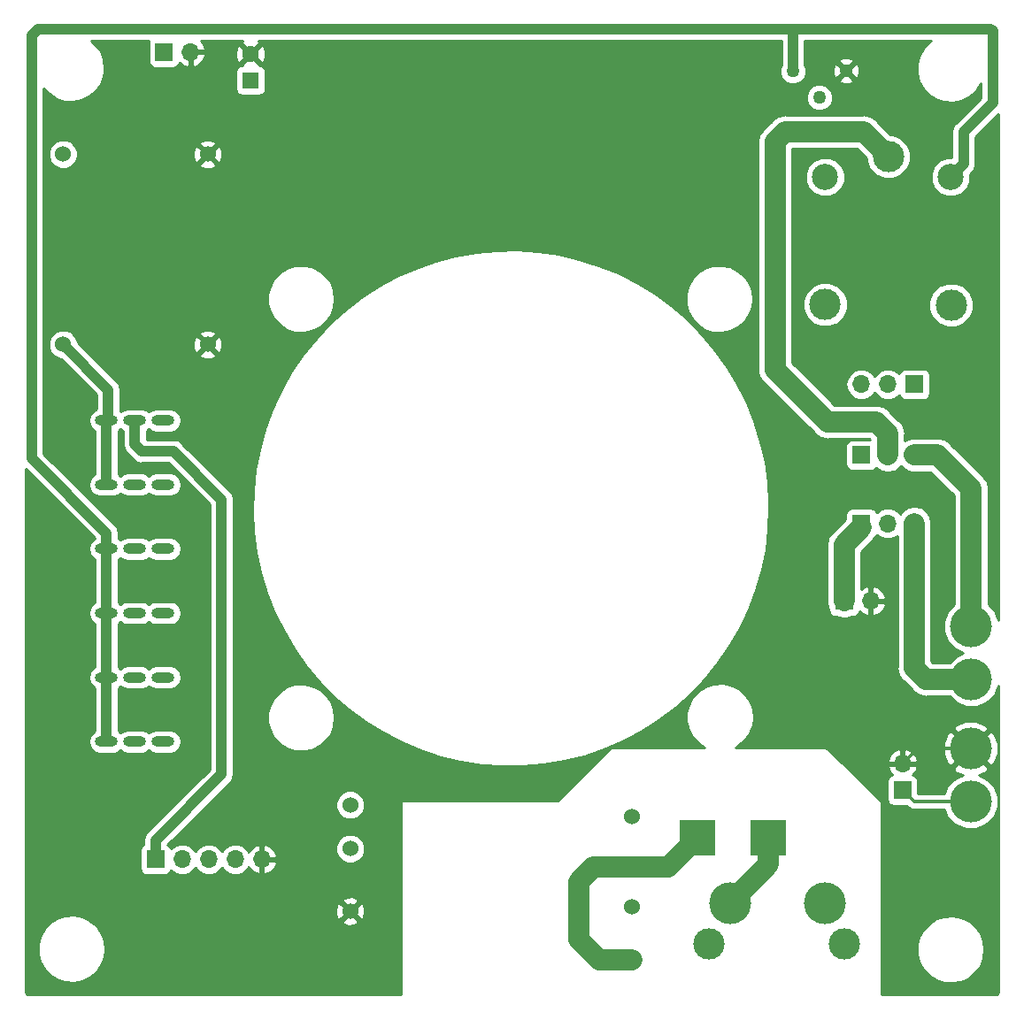
<source format=gtl>
G04 #@! TF.GenerationSoftware,KiCad,Pcbnew,(6.0.0-rc1-dev-637-g704615721)*
G04 #@! TF.CreationDate,2018-10-01T23:53:43+02:00*
G04 #@! TF.ProjectId,fan-v1.0,66616E2D76312E302E6B696361645F70,rev?*
G04 #@! TF.SameCoordinates,Original*
G04 #@! TF.FileFunction,Copper,L1,Top,Signal*
G04 #@! TF.FilePolarity,Positive*
%FSLAX46Y46*%
G04 Gerber Fmt 4.6, Leading zero omitted, Abs format (unit mm)*
G04 Created by KiCad (PCBNEW (6.0.0-rc1-dev-637-g704615721)) date 10/01/18 23:53:43*
%MOMM*%
%LPD*%
G01*
G04 APERTURE LIST*
G04 #@! TA.AperFunction,ComponentPad*
%ADD10O,2.200000X1.000000*%
G04 #@! TD*
G04 #@! TA.AperFunction,ComponentPad*
%ADD11O,1.700000X1.700000*%
G04 #@! TD*
G04 #@! TA.AperFunction,ComponentPad*
%ADD12R,1.700000X1.700000*%
G04 #@! TD*
G04 #@! TA.AperFunction,ComponentPad*
%ADD13C,3.000000*%
G04 #@! TD*
G04 #@! TA.AperFunction,ComponentPad*
%ADD14C,4.000000*%
G04 #@! TD*
G04 #@! TA.AperFunction,SMDPad,CuDef*
%ADD15R,3.500000X3.500000*%
G04 #@! TD*
G04 #@! TA.AperFunction,ComponentPad*
%ADD16C,1.524000*%
G04 #@! TD*
G04 #@! TA.AperFunction,ComponentPad*
%ADD17C,2.500000*%
G04 #@! TD*
G04 #@! TA.AperFunction,ComponentPad*
%ADD18C,1.260000*%
G04 #@! TD*
G04 #@! TA.AperFunction,ComponentPad*
%ADD19C,1.600000*%
G04 #@! TD*
G04 #@! TA.AperFunction,ComponentPad*
%ADD20R,1.600000X1.600000*%
G04 #@! TD*
G04 #@! TA.AperFunction,Conductor*
%ADD21C,0.300000*%
G04 #@! TD*
G04 #@! TA.AperFunction,Conductor*
%ADD22C,1.000000*%
G04 #@! TD*
G04 #@! TA.AperFunction,Conductor*
%ADD23C,2.000000*%
G04 #@! TD*
G04 #@! TA.AperFunction,Conductor*
%ADD24C,0.254000*%
G04 #@! TD*
G04 APERTURE END LIST*
D10*
G04 #@! TO.P,sw-charge-usb,1*
G04 #@! TO.N,5vbatt-charge*
X66954400Y-74193400D03*
G04 #@! TO.P,sw-charge-usb,2*
G04 #@! TO.N,Net-(J5-Pad1)*
X69672200Y-74193400D03*
G04 #@! TO.P,sw-charge-usb,3*
G04 #@! TO.N,N/C*
X72390000Y-74193400D03*
G04 #@! TD*
D11*
G04 #@! TO.P,int / ext,3*
G04 #@! TO.N,input*
X144246600Y-77508100D03*
G04 #@! TO.P,int / ext,2*
G04 #@! TO.N,Net-(J7-Pad2)*
X141706600Y-77508100D03*
D12*
G04 #@! TO.P,int / ext,1*
G04 #@! TO.N,5v*
X139166600Y-77508100D03*
G04 #@! TD*
D13*
G04 #@! TO.P,240V,*
G04 #@! TO.N,*
X124612400Y-124294900D03*
X137566400Y-124294900D03*
D14*
G04 #@! TO.P,240V,1*
G04 #@! TO.N,Net-(J2-Pad2)*
X135661400Y-120357900D03*
G04 #@! TO.P,240V,2*
G04 #@! TO.N,Net-(F1-Pad2)*
X126580900Y-120357900D03*
G04 #@! TD*
D15*
G04 #@! TO.P,240V fuse,2*
G04 #@! TO.N,Net-(F1-Pad2)*
X130276600Y-114173000D03*
G04 #@! TO.P,240V fuse,1*
G04 #@! TO.N,Net-(F1-Pad1)*
X123476600Y-114173000D03*
G04 #@! TD*
D16*
G04 #@! TO.P,240V / 5V transformator,3*
G04 #@! TO.N,Net-(J2-Pad3)*
X90271600Y-115189000D03*
G04 #@! TO.P,240V / 5V transformator,2*
G04 #@! TO.N,Net-(J2-Pad2)*
X117195600Y-112141000D03*
G04 #@! TO.P,240V / 5V transformator,1*
G04 #@! TO.N,Net-(F1-Pad1)*
X117195600Y-116967000D03*
X117195600Y-125857000D03*
G04 #@! TO.P,240V / 5V transformator,2*
G04 #@! TO.N,Net-(J2-Pad2)*
X117195600Y-120777000D03*
G04 #@! TO.P,240V / 5V transformator,3*
G04 #@! TO.N,Net-(J2-Pad3)*
X90271600Y-110998000D03*
G04 #@! TO.P,240V / 5V transformator,4*
G04 #@! TO.N,gnd*
X90271600Y-121158000D03*
G04 #@! TD*
D13*
G04 #@! TO.P,K1,1*
G04 #@! TO.N,Net-(J7-Pad2)*
X141757400Y-48945800D03*
D17*
G04 #@! TO.P,K1,5*
G04 #@! TO.N,5v*
X147707400Y-50895800D03*
D13*
G04 #@! TO.P,K1,4*
G04 #@! TO.N,Net-(J11-Pad1)*
X147757400Y-63145800D03*
G04 #@! TO.P,K1,3*
G04 #@! TO.N,Net-(J11-Pad3)*
X135707400Y-63095800D03*
D17*
G04 #@! TO.P,K1,2*
G04 #@! TO.N,Net-(D1-Pad2)*
X135707400Y-50895800D03*
G04 #@! TD*
D11*
G04 #@! TO.P,micro USB,5*
G04 #@! TO.N,gnd*
X81813400Y-116205000D03*
G04 #@! TO.P,micro USB,4*
G04 #@! TO.N,N/C*
X79273400Y-116205000D03*
G04 #@! TO.P,micro USB,3*
X76733400Y-116205000D03*
G04 #@! TO.P,micro USB,2*
X74193400Y-116205000D03*
D12*
G04 #@! TO.P,micro USB,1*
G04 #@! TO.N,Net-(J5-Pad1)*
X71653400Y-116205000D03*
G04 #@! TD*
D11*
G04 #@! TO.P,th-int,2*
G04 #@! TO.N,gnd*
X143103600Y-107035600D03*
D12*
G04 #@! TO.P,th-int,1*
G04 #@! TO.N,in2+*
X143103600Y-109575600D03*
G04 #@! TD*
D16*
G04 #@! TO.P,Charger,1*
G04 #@! TO.N,5vbatt-charge*
X62801500Y-66929000D03*
G04 #@! TO.P,Charger,2*
G04 #@! TO.N,gnd*
X76644500Y-66929000D03*
G04 #@! TO.P,Charger,3*
G04 #@! TO.N,5vbatt*
X62801500Y-48704500D03*
G04 #@! TO.P,Charger,4*
G04 #@! TO.N,gnd*
X76644500Y-48704500D03*
G04 #@! TD*
D11*
G04 #@! TO.P,Battery,2*
G04 #@! TO.N,gnd*
X75006200Y-38938200D03*
D12*
G04 #@! TO.P,Battery,1*
G04 #@! TO.N,5vbatt*
X72466200Y-38938200D03*
G04 #@! TD*
D14*
G04 #@! TO.P,ext,1*
G04 #@! TO.N,input*
X149682200Y-93903800D03*
G04 #@! TO.P,ext,2*
G04 #@! TO.N,output*
X149682200Y-98983800D03*
G04 #@! TD*
D11*
G04 #@! TO.P,fan,2*
G04 #@! TO.N,gnd*
X140055600Y-91478100D03*
D12*
G04 #@! TO.P,fan,1*
G04 #@! TO.N,fan-in*
X137515600Y-91478100D03*
G04 #@! TD*
D14*
G04 #@! TO.P,th-ext,1*
G04 #@! TO.N,gnd*
X149631400Y-105587800D03*
G04 #@! TO.P,th-ext,2*
G04 #@! TO.N,in2+*
X149631400Y-110667800D03*
G04 #@! TD*
D11*
G04 #@! TO.P,off / on,3*
G04 #@! TO.N,Net-(J11-Pad3)*
X139166600Y-70739000D03*
G04 #@! TO.P,off / on,2*
G04 #@! TO.N,relay-out*
X141706600Y-70739000D03*
D12*
G04 #@! TO.P,off / on,1*
G04 #@! TO.N,Net-(J11-Pad1)*
X144246600Y-70739000D03*
G04 #@! TD*
D11*
G04 #@! TO.P,int / ext,3*
G04 #@! TO.N,output*
X144246600Y-84048600D03*
G04 #@! TO.P,int / ext,2*
G04 #@! TO.N,relay-out*
X141706600Y-84048600D03*
D12*
G04 #@! TO.P,int / ext,1*
G04 #@! TO.N,fan-in*
X139166600Y-84048600D03*
G04 #@! TD*
D18*
G04 #@! TO.P,temp,1*
G04 #@! TO.N,gnd*
X137706100Y-40741600D03*
G04 #@! TO.P,temp,2*
G04 #@! TO.N,in2-*
X135166100Y-43281600D03*
G04 #@! TO.P,temp,3*
G04 #@! TO.N,5v*
X132626100Y-40741600D03*
G04 #@! TD*
D10*
G04 #@! TO.P,sw-charge-zdroj,1*
G04 #@! TO.N,5vbatt-charge*
X66954400Y-80340200D03*
G04 #@! TO.P,sw-charge-zdroj,2*
G04 #@! TO.N,Net-(J2-Pad3)*
X69672200Y-80340200D03*
G04 #@! TO.P,sw-charge-zdroj,3*
G04 #@! TO.N,N/C*
X72390000Y-80340200D03*
G04 #@! TD*
G04 #@! TO.P,sw-batt-reg,1*
G04 #@! TO.N,5v*
X66954400Y-86487000D03*
G04 #@! TO.P,sw-batt-reg,2*
G04 #@! TO.N,5vbatt-regulated*
X69672200Y-86487000D03*
G04 #@! TO.P,sw-batt-reg,3*
G04 #@! TO.N,N/C*
X72390000Y-86487000D03*
G04 #@! TD*
G04 #@! TO.P,sw-batt-norm,1*
G04 #@! TO.N,5v*
X66954400Y-92633800D03*
G04 #@! TO.P,sw-batt-norm,2*
G04 #@! TO.N,5vbatt*
X69672200Y-92633800D03*
G04 #@! TO.P,sw-batt-norm,3*
G04 #@! TO.N,N/C*
X72390000Y-92633800D03*
G04 #@! TD*
G04 #@! TO.P,sw-zdroj,1*
G04 #@! TO.N,5v*
X66954400Y-98780600D03*
G04 #@! TO.P,sw-zdroj,2*
G04 #@! TO.N,Net-(J2-Pad3)*
X69672200Y-98780600D03*
G04 #@! TO.P,sw-zdroj,3*
G04 #@! TO.N,N/C*
X72390000Y-98780600D03*
G04 #@! TD*
G04 #@! TO.P,sw-usb,1*
G04 #@! TO.N,5v*
X66954400Y-104927400D03*
G04 #@! TO.P,sw-usb,2*
G04 #@! TO.N,Net-(J5-Pad1)*
X69672200Y-104927400D03*
G04 #@! TO.P,sw-usb,3*
G04 #@! TO.N,N/C*
X72390000Y-104927400D03*
G04 #@! TD*
D19*
G04 #@! TO.P,C3,2*
G04 #@! TO.N,gnd*
X80746600Y-39130600D03*
D20*
G04 #@! TO.P,C3,1*
G04 #@! TO.N,5vbatt-regulated*
X80746600Y-41630600D03*
G04 #@! TD*
D21*
G04 #@! TO.N,gnd*
X144551400Y-105587800D02*
X143103600Y-107035600D01*
X149631400Y-105587800D02*
X144551400Y-105587800D01*
G04 #@! TO.N,in2+*
X144195800Y-110667800D02*
X143103600Y-109575600D01*
X149631400Y-110667800D02*
X144195800Y-110667800D01*
D22*
G04 #@! TO.N,5v*
X148957399Y-49645801D02*
X148957399Y-46571801D01*
X151739600Y-43789600D02*
X151739600Y-36931600D01*
X151739600Y-36931600D02*
X151549100Y-36741100D01*
X147707400Y-50895800D02*
X148957399Y-49645801D01*
X148957399Y-46571801D02*
X151739600Y-43789600D01*
X132626100Y-40741600D02*
X132626100Y-36741100D01*
X66954400Y-104927400D02*
X66954400Y-98780600D01*
X66954400Y-98780600D02*
X66954400Y-92049600D01*
X66954400Y-92633800D02*
X66954400Y-86487000D01*
X60439300Y-36741100D02*
X133426200Y-36741100D01*
X133426200Y-36741100D02*
X132626100Y-36741100D01*
X151549100Y-36741100D02*
X133426200Y-36741100D01*
X66954400Y-86487000D02*
X66954400Y-84987000D01*
X59817000Y-77849600D02*
X59817000Y-37363400D01*
X66954400Y-84987000D02*
X59817000Y-77849600D01*
X59817000Y-37363400D02*
X60439300Y-36741100D01*
D23*
G04 #@! TO.N,fan-in*
X137515600Y-86080102D02*
X139166600Y-84429102D01*
X137515600Y-91478100D02*
X137515600Y-86080102D01*
G04 #@! TO.N,Net-(F1-Pad2)*
X130276600Y-116662200D02*
X126580900Y-120357900D01*
X130276600Y-114173000D02*
X130276600Y-116662200D01*
G04 #@! TO.N,Net-(F1-Pad1)*
X120682600Y-116967000D02*
X123476600Y-114173000D01*
X117195600Y-116967000D02*
X120682600Y-116967000D01*
X117195600Y-116967000D02*
X113512600Y-116967000D01*
X113512600Y-116967000D02*
X112141000Y-118338600D01*
X112141000Y-118338600D02*
X112141000Y-123875800D01*
X114122200Y-125857000D02*
X117195600Y-125857000D01*
X112141000Y-123875800D02*
X114122200Y-125857000D01*
D22*
G04 #@! TO.N,5vbatt-charge*
X67132200Y-71259700D02*
X62801500Y-66929000D01*
X67132200Y-74193400D02*
X67132200Y-71259700D01*
X66954400Y-74193400D02*
X66954400Y-80340200D01*
D23*
G04 #@! TO.N,input*
X149682200Y-84061300D02*
X149682200Y-80721200D01*
X146469100Y-77508100D02*
X144246600Y-77508100D01*
X149682200Y-80721200D02*
X146469100Y-77508100D01*
X149682200Y-84061300D02*
X149682200Y-93903800D01*
G04 #@! TO.N,Net-(J7-Pad2)*
X131870690Y-46577010D02*
X139388610Y-46577010D01*
X141706600Y-75412600D02*
X140627100Y-74333100D01*
X139388610Y-46577010D02*
X141757400Y-48945800D01*
X141706600Y-77508100D02*
X141706600Y-75412600D01*
X135928100Y-74333100D02*
X130911600Y-69316600D01*
X130911600Y-69316600D02*
X130911600Y-47536100D01*
X140627100Y-74333100D02*
X135928100Y-74333100D01*
X130911600Y-47536100D02*
X131870690Y-46577010D01*
G04 #@! TO.N,output*
X144246600Y-84048600D02*
X144246600Y-97891600D01*
X145338800Y-98983800D02*
X149682200Y-98983800D01*
X144246600Y-97891600D02*
X145338800Y-98983800D01*
D22*
G04 #@! TO.N,Net-(J5-Pad1)*
X69672200Y-76479400D02*
X69672200Y-74193400D01*
X71653400Y-116205000D02*
X71653400Y-114355000D01*
X71653400Y-114355000D02*
X77952600Y-108055800D01*
X77952600Y-108055800D02*
X77952600Y-81762600D01*
X77952600Y-81762600D02*
X73329800Y-77139800D01*
X73329800Y-77139800D02*
X70332600Y-77139800D01*
X70332600Y-77139800D02*
X69672200Y-76479400D01*
G04 #@! TD*
D24*
G04 #@! TO.N,gnd*
G36*
X70968760Y-38088200D02*
X70968760Y-39788200D01*
X71018043Y-40035965D01*
X71158391Y-40246009D01*
X71368435Y-40386357D01*
X71616200Y-40435640D01*
X73316200Y-40435640D01*
X73563965Y-40386357D01*
X73774009Y-40246009D01*
X73914357Y-40035965D01*
X73934939Y-39932492D01*
X74239276Y-40209845D01*
X74649310Y-40379676D01*
X74879200Y-40258355D01*
X74879200Y-39065200D01*
X75133200Y-39065200D01*
X75133200Y-40258355D01*
X75363090Y-40379676D01*
X75773124Y-40209845D01*
X76201383Y-39819558D01*
X76447686Y-39295092D01*
X76327019Y-39065200D01*
X75133200Y-39065200D01*
X74879200Y-39065200D01*
X74859200Y-39065200D01*
X74859200Y-38913823D01*
X79299635Y-38913823D01*
X79326822Y-39484054D01*
X79492736Y-39884605D01*
X79738855Y-39958739D01*
X80566995Y-39130600D01*
X80926205Y-39130600D01*
X81754345Y-39958739D01*
X82000464Y-39884605D01*
X82193565Y-39347377D01*
X82166378Y-38777146D01*
X82000464Y-38376595D01*
X81754345Y-38302461D01*
X80926205Y-39130600D01*
X80566995Y-39130600D01*
X79738855Y-38302461D01*
X79492736Y-38376595D01*
X79299635Y-38913823D01*
X74859200Y-38913823D01*
X74859200Y-38811200D01*
X74879200Y-38811200D01*
X74879200Y-38791200D01*
X75133200Y-38791200D01*
X75133200Y-38811200D01*
X76327019Y-38811200D01*
X76447686Y-38581308D01*
X76201383Y-38056842D01*
X76003056Y-37876100D01*
X79994130Y-37876100D01*
X79992595Y-37876736D01*
X79918461Y-38122855D01*
X80746600Y-38950995D01*
X81574739Y-38122855D01*
X81500605Y-37876736D01*
X81498836Y-37876100D01*
X131491101Y-37876100D01*
X131491100Y-40176128D01*
X131361100Y-40489976D01*
X131361100Y-40993224D01*
X131553685Y-41458165D01*
X131909535Y-41814015D01*
X132374476Y-42006600D01*
X132877724Y-42006600D01*
X133342665Y-41814015D01*
X133530574Y-41626106D01*
X137001199Y-41626106D01*
X137054413Y-41854634D01*
X137529960Y-42019300D01*
X138032322Y-41989446D01*
X138357787Y-41854634D01*
X138411001Y-41626106D01*
X137706100Y-40921205D01*
X137001199Y-41626106D01*
X133530574Y-41626106D01*
X133698515Y-41458165D01*
X133891100Y-40993224D01*
X133891100Y-40565460D01*
X136428400Y-40565460D01*
X136458254Y-41067822D01*
X136593066Y-41393287D01*
X136821594Y-41446501D01*
X137526495Y-40741600D01*
X137885705Y-40741600D01*
X138590606Y-41446501D01*
X138819134Y-41393287D01*
X138983800Y-40917740D01*
X138953946Y-40415378D01*
X138819134Y-40089913D01*
X138590606Y-40036699D01*
X137885705Y-40741600D01*
X137526495Y-40741600D01*
X136821594Y-40036699D01*
X136593066Y-40089913D01*
X136428400Y-40565460D01*
X133891100Y-40565460D01*
X133891100Y-40489976D01*
X133761100Y-40176128D01*
X133761100Y-39857094D01*
X137001199Y-39857094D01*
X137706100Y-40561995D01*
X138411001Y-39857094D01*
X138357787Y-39628566D01*
X137882240Y-39463900D01*
X137379878Y-39493754D01*
X137054413Y-39628566D01*
X137001199Y-39857094D01*
X133761100Y-39857094D01*
X133761100Y-37876100D01*
X145843170Y-37876100D01*
X145607496Y-38025663D01*
X145050767Y-38618519D01*
X144658966Y-39331202D01*
X144456712Y-40118932D01*
X144456712Y-40932212D01*
X144658966Y-41719942D01*
X145050767Y-42432625D01*
X145607496Y-43025481D01*
X146294171Y-43461258D01*
X147067647Y-43712575D01*
X147879322Y-43763642D01*
X148678197Y-43611248D01*
X149414075Y-43264970D01*
X150040718Y-42746566D01*
X150518752Y-42088608D01*
X150604600Y-41871780D01*
X150604600Y-43319468D01*
X148233879Y-45690190D01*
X148139111Y-45753512D01*
X147977110Y-45995964D01*
X147888253Y-46128947D01*
X147800164Y-46571801D01*
X147822400Y-46683589D01*
X147822399Y-49010800D01*
X147332450Y-49010800D01*
X146639633Y-49297774D01*
X146109374Y-49828033D01*
X145822400Y-50520850D01*
X145822400Y-51270750D01*
X146109374Y-51963567D01*
X146639633Y-52493826D01*
X147332450Y-52780800D01*
X148082350Y-52780800D01*
X148775167Y-52493826D01*
X149305426Y-51963567D01*
X149592400Y-51270750D01*
X149592400Y-50615933D01*
X149680923Y-50527410D01*
X149775688Y-50464090D01*
X150026545Y-50088656D01*
X150092399Y-49757584D01*
X150092399Y-49757583D01*
X150114634Y-49645801D01*
X150092399Y-49534018D01*
X150092399Y-47041932D01*
X152299600Y-44834732D01*
X152299601Y-93337177D01*
X151916045Y-92411192D01*
X151317200Y-91812347D01*
X151317200Y-80882231D01*
X151349231Y-80721200D01*
X151222336Y-80083254D01*
X150952185Y-79678946D01*
X150860969Y-79542431D01*
X150724453Y-79451214D01*
X147739088Y-76465850D01*
X147647869Y-76329331D01*
X147107045Y-75967964D01*
X146630131Y-75873100D01*
X146630130Y-75873100D01*
X146469100Y-75841069D01*
X146308070Y-75873100D01*
X144085569Y-75873100D01*
X143608655Y-75967964D01*
X143341600Y-76146404D01*
X143341600Y-75573631D01*
X143373631Y-75412600D01*
X143246736Y-74774654D01*
X142976586Y-74370346D01*
X142976584Y-74370344D01*
X142885369Y-74233831D01*
X142748855Y-74142615D01*
X141897088Y-73290849D01*
X141805869Y-73154331D01*
X141265045Y-72792964D01*
X140788131Y-72698100D01*
X140788130Y-72698100D01*
X140627100Y-72666069D01*
X140466070Y-72698100D01*
X136605339Y-72698100D01*
X134646239Y-70739000D01*
X137652508Y-70739000D01*
X137767761Y-71318418D01*
X138095975Y-71809625D01*
X138587182Y-72137839D01*
X139020344Y-72224000D01*
X139312856Y-72224000D01*
X139746018Y-72137839D01*
X140237225Y-71809625D01*
X140436600Y-71511239D01*
X140635975Y-71809625D01*
X141127182Y-72137839D01*
X141560344Y-72224000D01*
X141852856Y-72224000D01*
X142286018Y-72137839D01*
X142777225Y-71809625D01*
X142789416Y-71791381D01*
X142798443Y-71836765D01*
X142938791Y-72046809D01*
X143148835Y-72187157D01*
X143396600Y-72236440D01*
X145096600Y-72236440D01*
X145344365Y-72187157D01*
X145554409Y-72046809D01*
X145694757Y-71836765D01*
X145744040Y-71589000D01*
X145744040Y-69889000D01*
X145694757Y-69641235D01*
X145554409Y-69431191D01*
X145344365Y-69290843D01*
X145096600Y-69241560D01*
X143396600Y-69241560D01*
X143148835Y-69290843D01*
X142938791Y-69431191D01*
X142798443Y-69641235D01*
X142789416Y-69686619D01*
X142777225Y-69668375D01*
X142286018Y-69340161D01*
X141852856Y-69254000D01*
X141560344Y-69254000D01*
X141127182Y-69340161D01*
X140635975Y-69668375D01*
X140436600Y-69966761D01*
X140237225Y-69668375D01*
X139746018Y-69340161D01*
X139312856Y-69254000D01*
X139020344Y-69254000D01*
X138587182Y-69340161D01*
X138095975Y-69668375D01*
X137767761Y-70159582D01*
X137652508Y-70739000D01*
X134646239Y-70739000D01*
X132546600Y-68639362D01*
X132546600Y-62671122D01*
X133572400Y-62671122D01*
X133572400Y-63520478D01*
X133897434Y-64305180D01*
X134498020Y-64905766D01*
X135282722Y-65230800D01*
X136132078Y-65230800D01*
X136916780Y-64905766D01*
X137517366Y-64305180D01*
X137842400Y-63520478D01*
X137842400Y-62721122D01*
X145622400Y-62721122D01*
X145622400Y-63570478D01*
X145947434Y-64355180D01*
X146548020Y-64955766D01*
X147332722Y-65280800D01*
X148182078Y-65280800D01*
X148966780Y-64955766D01*
X149567366Y-64355180D01*
X149892400Y-63570478D01*
X149892400Y-62721122D01*
X149567366Y-61936420D01*
X148966780Y-61335834D01*
X148182078Y-61010800D01*
X147332722Y-61010800D01*
X146548020Y-61335834D01*
X145947434Y-61936420D01*
X145622400Y-62721122D01*
X137842400Y-62721122D01*
X137842400Y-62671122D01*
X137517366Y-61886420D01*
X136916780Y-61285834D01*
X136132078Y-60960800D01*
X135282722Y-60960800D01*
X134498020Y-61285834D01*
X133897434Y-61886420D01*
X133572400Y-62671122D01*
X132546600Y-62671122D01*
X132546600Y-50520850D01*
X133822400Y-50520850D01*
X133822400Y-51270750D01*
X134109374Y-51963567D01*
X134639633Y-52493826D01*
X135332450Y-52780800D01*
X136082350Y-52780800D01*
X136775167Y-52493826D01*
X137305426Y-51963567D01*
X137592400Y-51270750D01*
X137592400Y-50520850D01*
X137305426Y-49828033D01*
X136775167Y-49297774D01*
X136082350Y-49010800D01*
X135332450Y-49010800D01*
X134639633Y-49297774D01*
X134109374Y-49828033D01*
X133822400Y-50520850D01*
X132546600Y-50520850D01*
X132546600Y-48213338D01*
X132547928Y-48212010D01*
X138711372Y-48212010D01*
X139622400Y-49123039D01*
X139622400Y-49370478D01*
X139947434Y-50155180D01*
X140548020Y-50755766D01*
X141332722Y-51080800D01*
X142182078Y-51080800D01*
X142966780Y-50755766D01*
X143567366Y-50155180D01*
X143892400Y-49370478D01*
X143892400Y-48521122D01*
X143567366Y-47736420D01*
X142966780Y-47135834D01*
X142182078Y-46810800D01*
X141934639Y-46810800D01*
X140658598Y-45534760D01*
X140567379Y-45398241D01*
X140026555Y-45036874D01*
X139549641Y-44942010D01*
X139549640Y-44942010D01*
X139388610Y-44909979D01*
X139227580Y-44942010D01*
X132031719Y-44942010D01*
X131870689Y-44909979D01*
X131709659Y-44942010D01*
X131232745Y-45036874D01*
X130691921Y-45398241D01*
X130600702Y-45534760D01*
X129869348Y-46266114D01*
X129732832Y-46357331D01*
X129641615Y-46493847D01*
X129371465Y-46898155D01*
X129244569Y-47536100D01*
X129276601Y-47697135D01*
X129276600Y-69155570D01*
X129244569Y-69316600D01*
X129276600Y-69477630D01*
X129371464Y-69954544D01*
X129732831Y-70495369D01*
X129869350Y-70586588D01*
X134658114Y-75375353D01*
X134749331Y-75511869D01*
X135290155Y-75873236D01*
X135767069Y-75968100D01*
X135767073Y-75968100D01*
X135928099Y-76000130D01*
X136089125Y-75968100D01*
X139949861Y-75968100D01*
X139992421Y-76010660D01*
X138316600Y-76010660D01*
X138068835Y-76059943D01*
X137858791Y-76200291D01*
X137718443Y-76410335D01*
X137669160Y-76658100D01*
X137669160Y-78358100D01*
X137718443Y-78605865D01*
X137858791Y-78815909D01*
X138068835Y-78956257D01*
X138316600Y-79005540D01*
X140016600Y-79005540D01*
X140264365Y-78956257D01*
X140474409Y-78815909D01*
X140550507Y-78702021D01*
X141068655Y-79048236D01*
X141706600Y-79175131D01*
X142344544Y-79048236D01*
X142885369Y-78686869D01*
X142976600Y-78550332D01*
X143067831Y-78686869D01*
X143608655Y-79048236D01*
X144085569Y-79143100D01*
X145791862Y-79143100D01*
X148047201Y-81398440D01*
X148047200Y-83900269D01*
X148047200Y-83900270D01*
X148047201Y-91812346D01*
X147448355Y-92411192D01*
X147047200Y-93379666D01*
X147047200Y-94427934D01*
X147448355Y-95396408D01*
X148189592Y-96137645D01*
X148928716Y-96443800D01*
X148189592Y-96749955D01*
X147590747Y-97348800D01*
X146016039Y-97348800D01*
X145881600Y-97214362D01*
X145881600Y-83887569D01*
X145786736Y-83410655D01*
X145425369Y-82869831D01*
X144884544Y-82508464D01*
X144246600Y-82381569D01*
X143608655Y-82508464D01*
X143067831Y-82869831D01*
X142886398Y-83141365D01*
X142777225Y-82977975D01*
X142286018Y-82649761D01*
X141852856Y-82563600D01*
X141560344Y-82563600D01*
X141127182Y-82649761D01*
X140635975Y-82977975D01*
X140623784Y-82996219D01*
X140614757Y-82950835D01*
X140474409Y-82740791D01*
X140264365Y-82600443D01*
X140016600Y-82551160D01*
X138316600Y-82551160D01*
X138068835Y-82600443D01*
X137858791Y-82740791D01*
X137718443Y-82950835D01*
X137669160Y-83198600D01*
X137669160Y-83614303D01*
X136473348Y-84810116D01*
X136336832Y-84901333D01*
X136245615Y-85037849D01*
X135975465Y-85442157D01*
X135848569Y-86080102D01*
X135880601Y-86241136D01*
X135880600Y-91639130D01*
X135975464Y-92116044D01*
X136018160Y-92179943D01*
X136018160Y-92328100D01*
X136067443Y-92575865D01*
X136207791Y-92785909D01*
X136417835Y-92926257D01*
X136665600Y-92975540D01*
X136813756Y-92975540D01*
X136877655Y-93018236D01*
X137515600Y-93145131D01*
X138153544Y-93018236D01*
X138217443Y-92975540D01*
X138365600Y-92975540D01*
X138613365Y-92926257D01*
X138823409Y-92785909D01*
X138963757Y-92575865D01*
X138984339Y-92472392D01*
X139288676Y-92749745D01*
X139698710Y-92919576D01*
X139928600Y-92798255D01*
X139928600Y-91605100D01*
X140182600Y-91605100D01*
X140182600Y-92798255D01*
X140412490Y-92919576D01*
X140822524Y-92749745D01*
X141250783Y-92359458D01*
X141497086Y-91834992D01*
X141376419Y-91605100D01*
X140182600Y-91605100D01*
X139928600Y-91605100D01*
X139908600Y-91605100D01*
X139908600Y-91351100D01*
X139928600Y-91351100D01*
X139928600Y-90157945D01*
X140182600Y-90157945D01*
X140182600Y-91351100D01*
X141376419Y-91351100D01*
X141497086Y-91121208D01*
X141250783Y-90596742D01*
X140822524Y-90206455D01*
X140412490Y-90036624D01*
X140182600Y-90157945D01*
X139928600Y-90157945D01*
X139698710Y-90036624D01*
X139288676Y-90206455D01*
X139150600Y-90332288D01*
X139150600Y-86757340D01*
X140436585Y-85471356D01*
X140660792Y-85135807D01*
X141127182Y-85447439D01*
X141560344Y-85533600D01*
X141852856Y-85533600D01*
X142286018Y-85447439D01*
X142611600Y-85229892D01*
X142611601Y-97730565D01*
X142579569Y-97891600D01*
X142692565Y-98459666D01*
X142706465Y-98529545D01*
X143067832Y-99070369D01*
X143204348Y-99161586D01*
X144068813Y-100026052D01*
X144160031Y-100162569D01*
X144700855Y-100523936D01*
X145177769Y-100618800D01*
X145338799Y-100650831D01*
X145499829Y-100618800D01*
X147590747Y-100618800D01*
X148189592Y-101217645D01*
X149158066Y-101618800D01*
X150206334Y-101618800D01*
X151174808Y-101217645D01*
X151916045Y-100476408D01*
X152299601Y-99550423D01*
X152299601Y-128746165D01*
X152263456Y-128927877D01*
X152200139Y-129022639D01*
X152105377Y-129085956D01*
X151923669Y-129122100D01*
X141071600Y-129122100D01*
X141071600Y-124408960D01*
X144482240Y-124408960D01*
X144482240Y-125222240D01*
X144684494Y-126009970D01*
X145076295Y-126722653D01*
X145633024Y-127315509D01*
X146319699Y-127751286D01*
X147093175Y-128002603D01*
X147904850Y-128053670D01*
X148703725Y-127901276D01*
X149439603Y-127554998D01*
X150066246Y-127036594D01*
X150544280Y-126378636D01*
X150843669Y-125622467D01*
X150945600Y-124815600D01*
X150843669Y-124008733D01*
X150544280Y-123252564D01*
X150066246Y-122594606D01*
X149439603Y-122076202D01*
X148703725Y-121729924D01*
X147904850Y-121577530D01*
X147093175Y-121628597D01*
X146319699Y-121879914D01*
X145633024Y-122315691D01*
X145076295Y-122908547D01*
X144684494Y-123621230D01*
X144482240Y-124408960D01*
X141071600Y-124408960D01*
X141071600Y-110667800D01*
X141061933Y-110619199D01*
X141033066Y-110576680D01*
X139126454Y-108725600D01*
X141606160Y-108725600D01*
X141606160Y-110425600D01*
X141655443Y-110673365D01*
X141795791Y-110883409D01*
X142005835Y-111023757D01*
X142253600Y-111073040D01*
X143490882Y-111073040D01*
X143586053Y-111168211D01*
X143629847Y-111233753D01*
X143695389Y-111277547D01*
X143695391Y-111277549D01*
X143889508Y-111407254D01*
X144118484Y-111452800D01*
X144118487Y-111452800D01*
X144195799Y-111468178D01*
X144273111Y-111452800D01*
X147104454Y-111452800D01*
X147397555Y-112160408D01*
X148138792Y-112901645D01*
X149107266Y-113302800D01*
X150155534Y-113302800D01*
X151124008Y-112901645D01*
X151865245Y-112160408D01*
X152266400Y-111191934D01*
X152266400Y-110143666D01*
X151865245Y-109175192D01*
X151124008Y-108433955D01*
X150390266Y-108130029D01*
X151106047Y-107833543D01*
X151326816Y-107462822D01*
X149631400Y-105767405D01*
X147935984Y-107462822D01*
X148156753Y-107833543D01*
X148880717Y-108126640D01*
X148138792Y-108433955D01*
X147397555Y-109175192D01*
X147104454Y-109882800D01*
X144601040Y-109882800D01*
X144601040Y-108725600D01*
X144551757Y-108477835D01*
X144411409Y-108267791D01*
X144201365Y-108127443D01*
X144097892Y-108106861D01*
X144375245Y-107802524D01*
X144545076Y-107392490D01*
X144423755Y-107162600D01*
X143230600Y-107162600D01*
X143230600Y-107182600D01*
X142976600Y-107182600D01*
X142976600Y-107162600D01*
X141783445Y-107162600D01*
X141662124Y-107392490D01*
X141831955Y-107802524D01*
X142109308Y-108106861D01*
X142005835Y-108127443D01*
X141795791Y-108267791D01*
X141655443Y-108477835D01*
X141606160Y-108725600D01*
X139126454Y-108725600D01*
X137018158Y-106678710D01*
X141662124Y-106678710D01*
X141783445Y-106908600D01*
X142976600Y-106908600D01*
X142976600Y-105714781D01*
X143230600Y-105714781D01*
X143230600Y-106908600D01*
X144423755Y-106908600D01*
X144545076Y-106678710D01*
X144375245Y-106268676D01*
X143984958Y-105840417D01*
X143460492Y-105594114D01*
X143230600Y-105714781D01*
X142976600Y-105714781D01*
X142746708Y-105594114D01*
X142222242Y-105840417D01*
X141831955Y-106268676D01*
X141662124Y-106678710D01*
X137018158Y-106678710D01*
X135800666Y-105496680D01*
X135759062Y-105469762D01*
X135712200Y-105460800D01*
X127101607Y-105460800D01*
X127379575Y-105329998D01*
X127675954Y-105084812D01*
X146992281Y-105084812D01*
X147000687Y-106133047D01*
X147385657Y-107062447D01*
X147756378Y-107283216D01*
X149451795Y-105587800D01*
X149811005Y-105587800D01*
X151506422Y-107283216D01*
X151877143Y-107062447D01*
X152270519Y-106090788D01*
X152262113Y-105042553D01*
X151877143Y-104113153D01*
X151506422Y-103892384D01*
X149811005Y-105587800D01*
X149451795Y-105587800D01*
X147756378Y-103892384D01*
X147385657Y-104113153D01*
X146992281Y-105084812D01*
X127675954Y-105084812D01*
X128006218Y-104811594D01*
X128484252Y-104153636D01*
X128658800Y-103712778D01*
X147935984Y-103712778D01*
X149631400Y-105408195D01*
X151326816Y-103712778D01*
X151106047Y-103342057D01*
X150134388Y-102948681D01*
X149086153Y-102957087D01*
X148156753Y-103342057D01*
X147935984Y-103712778D01*
X128658800Y-103712778D01*
X128783641Y-103397467D01*
X128885572Y-102590600D01*
X128783641Y-101783733D01*
X128484252Y-101027564D01*
X128006218Y-100369606D01*
X127379575Y-99851202D01*
X126643697Y-99504924D01*
X125844822Y-99352530D01*
X125033147Y-99403597D01*
X124259671Y-99654914D01*
X123572996Y-100090691D01*
X123016267Y-100683547D01*
X122624466Y-101396230D01*
X122422212Y-102183960D01*
X122422212Y-102997240D01*
X122624466Y-103784970D01*
X123016267Y-104497653D01*
X123572996Y-105090509D01*
X124156482Y-105460800D01*
X115239800Y-105460800D01*
X115191199Y-105470467D01*
X115149997Y-105497997D01*
X110107194Y-110540800D01*
X95275400Y-110540800D01*
X95226799Y-110550467D01*
X95185597Y-110577997D01*
X95158067Y-110619199D01*
X95148400Y-110667800D01*
X95148400Y-129122100D01*
X59607530Y-129122100D01*
X59425823Y-129085956D01*
X59331061Y-129022639D01*
X59267744Y-128927877D01*
X59231600Y-128746169D01*
X59231600Y-124370988D01*
X60382712Y-124370988D01*
X60382712Y-125184268D01*
X60584966Y-125971998D01*
X60976767Y-126684681D01*
X61533496Y-127277537D01*
X62220171Y-127713314D01*
X62993647Y-127964631D01*
X63805322Y-128015698D01*
X64604197Y-127863304D01*
X65340075Y-127517026D01*
X65966718Y-126998622D01*
X66444752Y-126340664D01*
X66744141Y-125584495D01*
X66846072Y-124777628D01*
X66744141Y-123970761D01*
X66444752Y-123214592D01*
X65966718Y-122556634D01*
X65460934Y-122138213D01*
X89470992Y-122138213D01*
X89540457Y-122380397D01*
X90063902Y-122567144D01*
X90618968Y-122539362D01*
X91002743Y-122380397D01*
X91072208Y-122138213D01*
X90271600Y-121337605D01*
X89470992Y-122138213D01*
X65460934Y-122138213D01*
X65340075Y-122038230D01*
X64604197Y-121691952D01*
X63805322Y-121539558D01*
X62993647Y-121590625D01*
X62220171Y-121841942D01*
X61533496Y-122277719D01*
X60976767Y-122870575D01*
X60584966Y-123583258D01*
X60382712Y-124370988D01*
X59231600Y-124370988D01*
X59231600Y-120950302D01*
X88862456Y-120950302D01*
X88890238Y-121505368D01*
X89049203Y-121889143D01*
X89291387Y-121958608D01*
X90091995Y-121158000D01*
X90451205Y-121158000D01*
X91251813Y-121958608D01*
X91493997Y-121889143D01*
X91680744Y-121365698D01*
X91652962Y-120810632D01*
X91493997Y-120426857D01*
X91251813Y-120357392D01*
X90451205Y-121158000D01*
X90091995Y-121158000D01*
X89291387Y-120357392D01*
X89049203Y-120426857D01*
X88862456Y-120950302D01*
X59231600Y-120950302D01*
X59231600Y-120177787D01*
X89470992Y-120177787D01*
X90271600Y-120978395D01*
X91072208Y-120177787D01*
X91002743Y-119935603D01*
X90479298Y-119748856D01*
X89924232Y-119776638D01*
X89540457Y-119935603D01*
X89470992Y-120177787D01*
X59231600Y-120177787D01*
X59231600Y-78869331D01*
X65819400Y-85457132D01*
X65819400Y-85479423D01*
X65536111Y-85668711D01*
X65285254Y-86044145D01*
X65197165Y-86487000D01*
X65285254Y-86929855D01*
X65536111Y-87305289D01*
X65819401Y-87494577D01*
X65819400Y-91626223D01*
X65536111Y-91815511D01*
X65285254Y-92190945D01*
X65197165Y-92633800D01*
X65285254Y-93076655D01*
X65536111Y-93452089D01*
X65819401Y-93641377D01*
X65819400Y-97773023D01*
X65536111Y-97962311D01*
X65285254Y-98337745D01*
X65197165Y-98780600D01*
X65285254Y-99223455D01*
X65536111Y-99598889D01*
X65819401Y-99788177D01*
X65819400Y-103919823D01*
X65536111Y-104109111D01*
X65285254Y-104484545D01*
X65197165Y-104927400D01*
X65285254Y-105370255D01*
X65536111Y-105745689D01*
X65911545Y-105996546D01*
X66242617Y-106062400D01*
X66842617Y-106062400D01*
X66954400Y-106084635D01*
X67066183Y-106062400D01*
X67666183Y-106062400D01*
X67997255Y-105996546D01*
X68313300Y-105785371D01*
X68629345Y-105996546D01*
X68960417Y-106062400D01*
X70383983Y-106062400D01*
X70715055Y-105996546D01*
X71031100Y-105785371D01*
X71347145Y-105996546D01*
X71678217Y-106062400D01*
X73101783Y-106062400D01*
X73432855Y-105996546D01*
X73808289Y-105745689D01*
X74059146Y-105370255D01*
X74147235Y-104927400D01*
X74059146Y-104484545D01*
X73808289Y-104109111D01*
X73432855Y-103858254D01*
X73101783Y-103792400D01*
X71678217Y-103792400D01*
X71347145Y-103858254D01*
X71031100Y-104069429D01*
X70715055Y-103858254D01*
X70383983Y-103792400D01*
X68960417Y-103792400D01*
X68629345Y-103858254D01*
X68313300Y-104069429D01*
X68089400Y-103919823D01*
X68089400Y-99788177D01*
X68313300Y-99638571D01*
X68629345Y-99849746D01*
X68960417Y-99915600D01*
X70383983Y-99915600D01*
X70715055Y-99849746D01*
X71031100Y-99638571D01*
X71347145Y-99849746D01*
X71678217Y-99915600D01*
X73101783Y-99915600D01*
X73432855Y-99849746D01*
X73808289Y-99598889D01*
X74059146Y-99223455D01*
X74147235Y-98780600D01*
X74059146Y-98337745D01*
X73808289Y-97962311D01*
X73432855Y-97711454D01*
X73101783Y-97645600D01*
X71678217Y-97645600D01*
X71347145Y-97711454D01*
X71031100Y-97922629D01*
X70715055Y-97711454D01*
X70383983Y-97645600D01*
X68960417Y-97645600D01*
X68629345Y-97711454D01*
X68313300Y-97922629D01*
X68089400Y-97773023D01*
X68089400Y-93641377D01*
X68313300Y-93491771D01*
X68629345Y-93702946D01*
X68960417Y-93768800D01*
X70383983Y-93768800D01*
X70715055Y-93702946D01*
X71031100Y-93491771D01*
X71347145Y-93702946D01*
X71678217Y-93768800D01*
X73101783Y-93768800D01*
X73432855Y-93702946D01*
X73808289Y-93452089D01*
X74059146Y-93076655D01*
X74147235Y-92633800D01*
X74059146Y-92190945D01*
X73808289Y-91815511D01*
X73432855Y-91564654D01*
X73101783Y-91498800D01*
X71678217Y-91498800D01*
X71347145Y-91564654D01*
X71031100Y-91775829D01*
X70715055Y-91564654D01*
X70383983Y-91498800D01*
X68960417Y-91498800D01*
X68629345Y-91564654D01*
X68313300Y-91775829D01*
X68089400Y-91626223D01*
X68089400Y-87494577D01*
X68313300Y-87344971D01*
X68629345Y-87556146D01*
X68960417Y-87622000D01*
X70383983Y-87622000D01*
X70715055Y-87556146D01*
X71031100Y-87344971D01*
X71347145Y-87556146D01*
X71678217Y-87622000D01*
X73101783Y-87622000D01*
X73432855Y-87556146D01*
X73808289Y-87305289D01*
X74059146Y-86929855D01*
X74147235Y-86487000D01*
X74059146Y-86044145D01*
X73808289Y-85668711D01*
X73432855Y-85417854D01*
X73101783Y-85352000D01*
X71678217Y-85352000D01*
X71347145Y-85417854D01*
X71031100Y-85629029D01*
X70715055Y-85417854D01*
X70383983Y-85352000D01*
X68960417Y-85352000D01*
X68629345Y-85417854D01*
X68313300Y-85629029D01*
X68089400Y-85479423D01*
X68089400Y-85098783D01*
X68111635Y-84987000D01*
X68023546Y-84544145D01*
X68020754Y-84539966D01*
X67772689Y-84168711D01*
X67677921Y-84105389D01*
X60952000Y-77379469D01*
X60952000Y-66651119D01*
X61404500Y-66651119D01*
X61404500Y-67206881D01*
X61617180Y-67720337D01*
X62010163Y-68113320D01*
X62523619Y-68326000D01*
X62593369Y-68326000D01*
X65997201Y-71729833D01*
X65997200Y-73107216D01*
X65911545Y-73124254D01*
X65536111Y-73375111D01*
X65285254Y-73750545D01*
X65197165Y-74193400D01*
X65285254Y-74636255D01*
X65536111Y-75011689D01*
X65819400Y-75200977D01*
X65819401Y-79332623D01*
X65536111Y-79521911D01*
X65285254Y-79897345D01*
X65197165Y-80340200D01*
X65285254Y-80783055D01*
X65536111Y-81158489D01*
X65911545Y-81409346D01*
X66242617Y-81475200D01*
X66842617Y-81475200D01*
X66954400Y-81497435D01*
X67066183Y-81475200D01*
X67666183Y-81475200D01*
X67997255Y-81409346D01*
X68313300Y-81198171D01*
X68629345Y-81409346D01*
X68960417Y-81475200D01*
X70383983Y-81475200D01*
X70715055Y-81409346D01*
X71031100Y-81198171D01*
X71347145Y-81409346D01*
X71678217Y-81475200D01*
X73101783Y-81475200D01*
X73432855Y-81409346D01*
X73808289Y-81158489D01*
X74059146Y-80783055D01*
X74147235Y-80340200D01*
X74059146Y-79897345D01*
X73808289Y-79521911D01*
X73432855Y-79271054D01*
X73101783Y-79205200D01*
X71678217Y-79205200D01*
X71347145Y-79271054D01*
X71031100Y-79482229D01*
X70715055Y-79271054D01*
X70383983Y-79205200D01*
X68960417Y-79205200D01*
X68629345Y-79271054D01*
X68313300Y-79482229D01*
X68089400Y-79332623D01*
X68089400Y-75200977D01*
X68313300Y-75051371D01*
X68537201Y-75200977D01*
X68537200Y-76367616D01*
X68514965Y-76479400D01*
X68592691Y-76870155D01*
X68603054Y-76922254D01*
X68853911Y-77297689D01*
X68948682Y-77361013D01*
X69450987Y-77863318D01*
X69514311Y-77958089D01*
X69889745Y-78208946D01*
X70332600Y-78297035D01*
X70444383Y-78274800D01*
X72859669Y-78274800D01*
X76817601Y-82232734D01*
X76817600Y-107585668D01*
X70929880Y-113473389D01*
X70835112Y-113536711D01*
X70664533Y-113792000D01*
X70584254Y-113912146D01*
X70496165Y-114355000D01*
X70518401Y-114466788D01*
X70518401Y-114781722D01*
X70345591Y-114897191D01*
X70205243Y-115107235D01*
X70155960Y-115355000D01*
X70155960Y-117055000D01*
X70205243Y-117302765D01*
X70345591Y-117512809D01*
X70555635Y-117653157D01*
X70803400Y-117702440D01*
X72503400Y-117702440D01*
X72751165Y-117653157D01*
X72961209Y-117512809D01*
X73101557Y-117302765D01*
X73110584Y-117257381D01*
X73122775Y-117275625D01*
X73613982Y-117603839D01*
X74047144Y-117690000D01*
X74339656Y-117690000D01*
X74772818Y-117603839D01*
X75264025Y-117275625D01*
X75463400Y-116977239D01*
X75662775Y-117275625D01*
X76153982Y-117603839D01*
X76587144Y-117690000D01*
X76879656Y-117690000D01*
X77312818Y-117603839D01*
X77804025Y-117275625D01*
X78003400Y-116977239D01*
X78202775Y-117275625D01*
X78693982Y-117603839D01*
X79127144Y-117690000D01*
X79419656Y-117690000D01*
X79852818Y-117603839D01*
X80344025Y-117275625D01*
X80557243Y-116956522D01*
X80618217Y-117086358D01*
X81046476Y-117476645D01*
X81456510Y-117646476D01*
X81686400Y-117525155D01*
X81686400Y-116332000D01*
X81940400Y-116332000D01*
X81940400Y-117525155D01*
X82170290Y-117646476D01*
X82580324Y-117476645D01*
X83008583Y-117086358D01*
X83254886Y-116561892D01*
X83134219Y-116332000D01*
X81940400Y-116332000D01*
X81686400Y-116332000D01*
X81666400Y-116332000D01*
X81666400Y-116078000D01*
X81686400Y-116078000D01*
X81686400Y-114884845D01*
X81940400Y-114884845D01*
X81940400Y-116078000D01*
X83134219Y-116078000D01*
X83254886Y-115848108D01*
X83008583Y-115323642D01*
X82580324Y-114933355D01*
X82526639Y-114911119D01*
X88874600Y-114911119D01*
X88874600Y-115466881D01*
X89087280Y-115980337D01*
X89480263Y-116373320D01*
X89993719Y-116586000D01*
X90549481Y-116586000D01*
X91062937Y-116373320D01*
X91455920Y-115980337D01*
X91668600Y-115466881D01*
X91668600Y-114911119D01*
X91455920Y-114397663D01*
X91062937Y-114004680D01*
X90549481Y-113792000D01*
X89993719Y-113792000D01*
X89480263Y-114004680D01*
X89087280Y-114397663D01*
X88874600Y-114911119D01*
X82526639Y-114911119D01*
X82170290Y-114763524D01*
X81940400Y-114884845D01*
X81686400Y-114884845D01*
X81456510Y-114763524D01*
X81046476Y-114933355D01*
X80618217Y-115323642D01*
X80557243Y-115453478D01*
X80344025Y-115134375D01*
X79852818Y-114806161D01*
X79419656Y-114720000D01*
X79127144Y-114720000D01*
X78693982Y-114806161D01*
X78202775Y-115134375D01*
X78003400Y-115432761D01*
X77804025Y-115134375D01*
X77312818Y-114806161D01*
X76879656Y-114720000D01*
X76587144Y-114720000D01*
X76153982Y-114806161D01*
X75662775Y-115134375D01*
X75463400Y-115432761D01*
X75264025Y-115134375D01*
X74772818Y-114806161D01*
X74339656Y-114720000D01*
X74047144Y-114720000D01*
X73613982Y-114806161D01*
X73122775Y-115134375D01*
X73110584Y-115152619D01*
X73101557Y-115107235D01*
X72961209Y-114897191D01*
X72814421Y-114799110D01*
X76893412Y-110720119D01*
X88874600Y-110720119D01*
X88874600Y-111275881D01*
X89087280Y-111789337D01*
X89480263Y-112182320D01*
X89993719Y-112395000D01*
X90549481Y-112395000D01*
X91062937Y-112182320D01*
X91455920Y-111789337D01*
X91668600Y-111275881D01*
X91668600Y-110720119D01*
X91455920Y-110206663D01*
X91062937Y-109813680D01*
X90549481Y-109601000D01*
X89993719Y-109601000D01*
X89480263Y-109813680D01*
X89087280Y-110206663D01*
X88874600Y-110720119D01*
X76893412Y-110720119D01*
X78676122Y-108937410D01*
X78770889Y-108874089D01*
X79021746Y-108498655D01*
X79050038Y-108356419D01*
X79109835Y-108055801D01*
X79087600Y-107944018D01*
X79087600Y-102221932D01*
X82353712Y-102221932D01*
X82353712Y-103035212D01*
X82555966Y-103822942D01*
X82947767Y-104535625D01*
X83504496Y-105128481D01*
X84191171Y-105564258D01*
X84964647Y-105815575D01*
X85776322Y-105866642D01*
X86575197Y-105714248D01*
X87311075Y-105367970D01*
X87937718Y-104849566D01*
X88415752Y-104191608D01*
X88715141Y-103435439D01*
X88817072Y-102628572D01*
X88715141Y-101821705D01*
X88415752Y-101065536D01*
X87937718Y-100407578D01*
X87311075Y-99889174D01*
X86575197Y-99542896D01*
X85776322Y-99390502D01*
X84964647Y-99441569D01*
X84191171Y-99692886D01*
X83504496Y-100128663D01*
X82947767Y-100721519D01*
X82555966Y-101434202D01*
X82353712Y-102221932D01*
X79087600Y-102221932D01*
X79087600Y-82847099D01*
X80906956Y-82847099D01*
X81007391Y-84829716D01*
X81266506Y-86797892D01*
X81682633Y-88738947D01*
X82253089Y-90640377D01*
X82974201Y-92489933D01*
X83841322Y-94275698D01*
X84848866Y-95986169D01*
X85990343Y-97610327D01*
X87258399Y-99137707D01*
X88644865Y-100558471D01*
X90140808Y-101863466D01*
X91736592Y-103044284D01*
X93421936Y-104093318D01*
X95185983Y-105003810D01*
X97017368Y-105769895D01*
X98904293Y-106386638D01*
X100834602Y-106850064D01*
X102795859Y-107157189D01*
X104775431Y-107306033D01*
X106760563Y-107295639D01*
X108738467Y-107126073D01*
X110696401Y-106798427D01*
X112621751Y-106314813D01*
X114502114Y-105678345D01*
X116325377Y-104893124D01*
X118079792Y-103964209D01*
X119754059Y-102897583D01*
X121337390Y-101700119D01*
X122819585Y-100379531D01*
X124191097Y-98944326D01*
X125443089Y-97403751D01*
X126567496Y-95767729D01*
X127557073Y-94046801D01*
X128405447Y-92252053D01*
X129107150Y-90395048D01*
X129657664Y-88487748D01*
X130053441Y-86542441D01*
X130291932Y-84571660D01*
X130371600Y-82588100D01*
X130366176Y-82070131D01*
X130244985Y-80088675D01*
X129965273Y-78123320D01*
X129528843Y-76186729D01*
X128938507Y-74291376D01*
X128198067Y-72449474D01*
X127312293Y-70672886D01*
X126286892Y-68973060D01*
X125128470Y-67360945D01*
X123844489Y-65846927D01*
X122443222Y-64440759D01*
X120933695Y-63151501D01*
X119554916Y-62153432D01*
X122358712Y-62153432D01*
X122358712Y-62966712D01*
X122560966Y-63754442D01*
X122952767Y-64467125D01*
X123509496Y-65059981D01*
X124196171Y-65495758D01*
X124969647Y-65747075D01*
X125781322Y-65798142D01*
X126580197Y-65645748D01*
X127316075Y-65299470D01*
X127942718Y-64781066D01*
X128420752Y-64123108D01*
X128720141Y-63366939D01*
X128822072Y-62560072D01*
X128720141Y-61753205D01*
X128420752Y-60997036D01*
X127942718Y-60339078D01*
X127316075Y-59820674D01*
X126580197Y-59474396D01*
X125781322Y-59322002D01*
X124969647Y-59373069D01*
X124196171Y-59624386D01*
X123509496Y-60060163D01*
X122952767Y-60653019D01*
X122560966Y-61365702D01*
X122358712Y-62153432D01*
X119554916Y-62153432D01*
X119325633Y-61987459D01*
X117629396Y-60956131D01*
X115855912Y-60064161D01*
X114016605Y-59317296D01*
X112123325Y-58720347D01*
X110188269Y-58277160D01*
X108223902Y-57990590D01*
X106242881Y-57862483D01*
X104257967Y-57893665D01*
X102281947Y-58083934D01*
X100327551Y-58432065D01*
X98407371Y-58935814D01*
X96533775Y-59591938D01*
X94718836Y-60396209D01*
X92974244Y-61343445D01*
X91311239Y-62427544D01*
X89740534Y-63641523D01*
X88272249Y-64977560D01*
X86915841Y-66427048D01*
X85680051Y-67980650D01*
X84572838Y-69628357D01*
X83601336Y-71359553D01*
X82771803Y-73163086D01*
X82089584Y-75027338D01*
X81559073Y-76940298D01*
X81183688Y-78889642D01*
X80965848Y-80862813D01*
X80906956Y-82847099D01*
X79087600Y-82847099D01*
X79087600Y-81874381D01*
X79109835Y-81762599D01*
X79087600Y-81650817D01*
X79021746Y-81319745D01*
X78770889Y-80944311D01*
X78676124Y-80880991D01*
X74211413Y-76416282D01*
X74148089Y-76321511D01*
X73772655Y-76070654D01*
X73441583Y-76004800D01*
X73329800Y-75982565D01*
X73218017Y-76004800D01*
X70807200Y-76004800D01*
X70807200Y-75200977D01*
X71031100Y-75051371D01*
X71347145Y-75262546D01*
X71678217Y-75328400D01*
X73101783Y-75328400D01*
X73432855Y-75262546D01*
X73808289Y-75011689D01*
X74059146Y-74636255D01*
X74147235Y-74193400D01*
X74059146Y-73750545D01*
X73808289Y-73375111D01*
X73432855Y-73124254D01*
X73101783Y-73058400D01*
X71678217Y-73058400D01*
X71347145Y-73124254D01*
X71031100Y-73335429D01*
X70715055Y-73124254D01*
X70383983Y-73058400D01*
X69783983Y-73058400D01*
X69672200Y-73036165D01*
X69560417Y-73058400D01*
X68960417Y-73058400D01*
X68629345Y-73124254D01*
X68313300Y-73335429D01*
X68267200Y-73304625D01*
X68267200Y-71371483D01*
X68289435Y-71259700D01*
X68201346Y-70816845D01*
X67950489Y-70441411D01*
X67855721Y-70378089D01*
X65386845Y-67909213D01*
X75843892Y-67909213D01*
X75913357Y-68151397D01*
X76436802Y-68338144D01*
X76991868Y-68310362D01*
X77375643Y-68151397D01*
X77445108Y-67909213D01*
X76644500Y-67108605D01*
X75843892Y-67909213D01*
X65386845Y-67909213D01*
X64198934Y-66721302D01*
X75235356Y-66721302D01*
X75263138Y-67276368D01*
X75422103Y-67660143D01*
X75664287Y-67729608D01*
X76464895Y-66929000D01*
X76824105Y-66929000D01*
X77624713Y-67729608D01*
X77866897Y-67660143D01*
X78053644Y-67136698D01*
X78025862Y-66581632D01*
X77866897Y-66197857D01*
X77624713Y-66128392D01*
X76824105Y-66929000D01*
X76464895Y-66929000D01*
X75664287Y-66128392D01*
X75422103Y-66197857D01*
X75235356Y-66721302D01*
X64198934Y-66721302D01*
X64198500Y-66720869D01*
X64198500Y-66651119D01*
X63985820Y-66137663D01*
X63796944Y-65948787D01*
X75843892Y-65948787D01*
X76644500Y-66749395D01*
X77445108Y-65948787D01*
X77375643Y-65706603D01*
X76852198Y-65519856D01*
X76297132Y-65547638D01*
X75913357Y-65706603D01*
X75843892Y-65948787D01*
X63796944Y-65948787D01*
X63592837Y-65744680D01*
X63079381Y-65532000D01*
X62523619Y-65532000D01*
X62010163Y-65744680D01*
X61617180Y-66137663D01*
X61404500Y-66651119D01*
X60952000Y-66651119D01*
X60952000Y-62153432D01*
X82353712Y-62153432D01*
X82353712Y-62966712D01*
X82555966Y-63754442D01*
X82947767Y-64467125D01*
X83504496Y-65059981D01*
X84191171Y-65495758D01*
X84964647Y-65747075D01*
X85776322Y-65798142D01*
X86575197Y-65645748D01*
X87311075Y-65299470D01*
X87937718Y-64781066D01*
X88415752Y-64123108D01*
X88715141Y-63366939D01*
X88817072Y-62560072D01*
X88715141Y-61753205D01*
X88415752Y-60997036D01*
X87937718Y-60339078D01*
X87311075Y-59820674D01*
X86575197Y-59474396D01*
X85776322Y-59322002D01*
X84964647Y-59373069D01*
X84191171Y-59624386D01*
X83504496Y-60060163D01*
X82947767Y-60653019D01*
X82555966Y-61365702D01*
X82353712Y-62153432D01*
X60952000Y-62153432D01*
X60952000Y-48426619D01*
X61404500Y-48426619D01*
X61404500Y-48982381D01*
X61617180Y-49495837D01*
X62010163Y-49888820D01*
X62523619Y-50101500D01*
X63079381Y-50101500D01*
X63592837Y-49888820D01*
X63796944Y-49684713D01*
X75843892Y-49684713D01*
X75913357Y-49926897D01*
X76436802Y-50113644D01*
X76991868Y-50085862D01*
X77375643Y-49926897D01*
X77445108Y-49684713D01*
X76644500Y-48884105D01*
X75843892Y-49684713D01*
X63796944Y-49684713D01*
X63985820Y-49495837D01*
X64198500Y-48982381D01*
X64198500Y-48496802D01*
X75235356Y-48496802D01*
X75263138Y-49051868D01*
X75422103Y-49435643D01*
X75664287Y-49505108D01*
X76464895Y-48704500D01*
X76824105Y-48704500D01*
X77624713Y-49505108D01*
X77866897Y-49435643D01*
X78053644Y-48912198D01*
X78025862Y-48357132D01*
X77866897Y-47973357D01*
X77624713Y-47903892D01*
X76824105Y-48704500D01*
X76464895Y-48704500D01*
X75664287Y-47903892D01*
X75422103Y-47973357D01*
X75235356Y-48496802D01*
X64198500Y-48496802D01*
X64198500Y-48426619D01*
X63985820Y-47913163D01*
X63796944Y-47724287D01*
X75843892Y-47724287D01*
X76644500Y-48524895D01*
X77445108Y-47724287D01*
X77375643Y-47482103D01*
X76852198Y-47295356D01*
X76297132Y-47323138D01*
X75913357Y-47482103D01*
X75843892Y-47724287D01*
X63796944Y-47724287D01*
X63592837Y-47520180D01*
X63079381Y-47307500D01*
X62523619Y-47307500D01*
X62010163Y-47520180D01*
X61617180Y-47913163D01*
X61404500Y-48426619D01*
X60952000Y-48426619D01*
X60952000Y-42410371D01*
X61469996Y-42961981D01*
X62156671Y-43397758D01*
X62930147Y-43649075D01*
X63741822Y-43700142D01*
X64540697Y-43547748D01*
X65276575Y-43201470D01*
X65903218Y-42683066D01*
X66381252Y-42025108D01*
X66680641Y-41268939D01*
X66736016Y-40830600D01*
X79299160Y-40830600D01*
X79299160Y-42430600D01*
X79348443Y-42678365D01*
X79488791Y-42888409D01*
X79698835Y-43028757D01*
X79946600Y-43078040D01*
X81546600Y-43078040D01*
X81788236Y-43029976D01*
X133901100Y-43029976D01*
X133901100Y-43533224D01*
X134093685Y-43998165D01*
X134449535Y-44354015D01*
X134914476Y-44546600D01*
X135417724Y-44546600D01*
X135882665Y-44354015D01*
X136238515Y-43998165D01*
X136431100Y-43533224D01*
X136431100Y-43029976D01*
X136238515Y-42565035D01*
X135882665Y-42209185D01*
X135417724Y-42016600D01*
X134914476Y-42016600D01*
X134449535Y-42209185D01*
X134093685Y-42565035D01*
X133901100Y-43029976D01*
X81788236Y-43029976D01*
X81794365Y-43028757D01*
X82004409Y-42888409D01*
X82144757Y-42678365D01*
X82194040Y-42430600D01*
X82194040Y-40830600D01*
X82144757Y-40582835D01*
X82004409Y-40372791D01*
X81794365Y-40232443D01*
X81560413Y-40185907D01*
X81574739Y-40138345D01*
X80746600Y-39310205D01*
X79918461Y-40138345D01*
X79932787Y-40185907D01*
X79698835Y-40232443D01*
X79488791Y-40372791D01*
X79348443Y-40582835D01*
X79299160Y-40830600D01*
X66736016Y-40830600D01*
X66782572Y-40462072D01*
X66680641Y-39655205D01*
X66381252Y-38899036D01*
X65903218Y-38241078D01*
X65462035Y-37876100D01*
X71010949Y-37876100D01*
X70968760Y-38088200D01*
X70968760Y-38088200D01*
G37*
X70968760Y-38088200D02*
X70968760Y-39788200D01*
X71018043Y-40035965D01*
X71158391Y-40246009D01*
X71368435Y-40386357D01*
X71616200Y-40435640D01*
X73316200Y-40435640D01*
X73563965Y-40386357D01*
X73774009Y-40246009D01*
X73914357Y-40035965D01*
X73934939Y-39932492D01*
X74239276Y-40209845D01*
X74649310Y-40379676D01*
X74879200Y-40258355D01*
X74879200Y-39065200D01*
X75133200Y-39065200D01*
X75133200Y-40258355D01*
X75363090Y-40379676D01*
X75773124Y-40209845D01*
X76201383Y-39819558D01*
X76447686Y-39295092D01*
X76327019Y-39065200D01*
X75133200Y-39065200D01*
X74879200Y-39065200D01*
X74859200Y-39065200D01*
X74859200Y-38913823D01*
X79299635Y-38913823D01*
X79326822Y-39484054D01*
X79492736Y-39884605D01*
X79738855Y-39958739D01*
X80566995Y-39130600D01*
X80926205Y-39130600D01*
X81754345Y-39958739D01*
X82000464Y-39884605D01*
X82193565Y-39347377D01*
X82166378Y-38777146D01*
X82000464Y-38376595D01*
X81754345Y-38302461D01*
X80926205Y-39130600D01*
X80566995Y-39130600D01*
X79738855Y-38302461D01*
X79492736Y-38376595D01*
X79299635Y-38913823D01*
X74859200Y-38913823D01*
X74859200Y-38811200D01*
X74879200Y-38811200D01*
X74879200Y-38791200D01*
X75133200Y-38791200D01*
X75133200Y-38811200D01*
X76327019Y-38811200D01*
X76447686Y-38581308D01*
X76201383Y-38056842D01*
X76003056Y-37876100D01*
X79994130Y-37876100D01*
X79992595Y-37876736D01*
X79918461Y-38122855D01*
X80746600Y-38950995D01*
X81574739Y-38122855D01*
X81500605Y-37876736D01*
X81498836Y-37876100D01*
X131491101Y-37876100D01*
X131491100Y-40176128D01*
X131361100Y-40489976D01*
X131361100Y-40993224D01*
X131553685Y-41458165D01*
X131909535Y-41814015D01*
X132374476Y-42006600D01*
X132877724Y-42006600D01*
X133342665Y-41814015D01*
X133530574Y-41626106D01*
X137001199Y-41626106D01*
X137054413Y-41854634D01*
X137529960Y-42019300D01*
X138032322Y-41989446D01*
X138357787Y-41854634D01*
X138411001Y-41626106D01*
X137706100Y-40921205D01*
X137001199Y-41626106D01*
X133530574Y-41626106D01*
X133698515Y-41458165D01*
X133891100Y-40993224D01*
X133891100Y-40565460D01*
X136428400Y-40565460D01*
X136458254Y-41067822D01*
X136593066Y-41393287D01*
X136821594Y-41446501D01*
X137526495Y-40741600D01*
X137885705Y-40741600D01*
X138590606Y-41446501D01*
X138819134Y-41393287D01*
X138983800Y-40917740D01*
X138953946Y-40415378D01*
X138819134Y-40089913D01*
X138590606Y-40036699D01*
X137885705Y-40741600D01*
X137526495Y-40741600D01*
X136821594Y-40036699D01*
X136593066Y-40089913D01*
X136428400Y-40565460D01*
X133891100Y-40565460D01*
X133891100Y-40489976D01*
X133761100Y-40176128D01*
X133761100Y-39857094D01*
X137001199Y-39857094D01*
X137706100Y-40561995D01*
X138411001Y-39857094D01*
X138357787Y-39628566D01*
X137882240Y-39463900D01*
X137379878Y-39493754D01*
X137054413Y-39628566D01*
X137001199Y-39857094D01*
X133761100Y-39857094D01*
X133761100Y-37876100D01*
X145843170Y-37876100D01*
X145607496Y-38025663D01*
X145050767Y-38618519D01*
X144658966Y-39331202D01*
X144456712Y-40118932D01*
X144456712Y-40932212D01*
X144658966Y-41719942D01*
X145050767Y-42432625D01*
X145607496Y-43025481D01*
X146294171Y-43461258D01*
X147067647Y-43712575D01*
X147879322Y-43763642D01*
X148678197Y-43611248D01*
X149414075Y-43264970D01*
X150040718Y-42746566D01*
X150518752Y-42088608D01*
X150604600Y-41871780D01*
X150604600Y-43319468D01*
X148233879Y-45690190D01*
X148139111Y-45753512D01*
X147977110Y-45995964D01*
X147888253Y-46128947D01*
X147800164Y-46571801D01*
X147822400Y-46683589D01*
X147822399Y-49010800D01*
X147332450Y-49010800D01*
X146639633Y-49297774D01*
X146109374Y-49828033D01*
X145822400Y-50520850D01*
X145822400Y-51270750D01*
X146109374Y-51963567D01*
X146639633Y-52493826D01*
X147332450Y-52780800D01*
X148082350Y-52780800D01*
X148775167Y-52493826D01*
X149305426Y-51963567D01*
X149592400Y-51270750D01*
X149592400Y-50615933D01*
X149680923Y-50527410D01*
X149775688Y-50464090D01*
X150026545Y-50088656D01*
X150092399Y-49757584D01*
X150092399Y-49757583D01*
X150114634Y-49645801D01*
X150092399Y-49534018D01*
X150092399Y-47041932D01*
X152299600Y-44834732D01*
X152299601Y-93337177D01*
X151916045Y-92411192D01*
X151317200Y-91812347D01*
X151317200Y-80882231D01*
X151349231Y-80721200D01*
X151222336Y-80083254D01*
X150952185Y-79678946D01*
X150860969Y-79542431D01*
X150724453Y-79451214D01*
X147739088Y-76465850D01*
X147647869Y-76329331D01*
X147107045Y-75967964D01*
X146630131Y-75873100D01*
X146630130Y-75873100D01*
X146469100Y-75841069D01*
X146308070Y-75873100D01*
X144085569Y-75873100D01*
X143608655Y-75967964D01*
X143341600Y-76146404D01*
X143341600Y-75573631D01*
X143373631Y-75412600D01*
X143246736Y-74774654D01*
X142976586Y-74370346D01*
X142976584Y-74370344D01*
X142885369Y-74233831D01*
X142748855Y-74142615D01*
X141897088Y-73290849D01*
X141805869Y-73154331D01*
X141265045Y-72792964D01*
X140788131Y-72698100D01*
X140788130Y-72698100D01*
X140627100Y-72666069D01*
X140466070Y-72698100D01*
X136605339Y-72698100D01*
X134646239Y-70739000D01*
X137652508Y-70739000D01*
X137767761Y-71318418D01*
X138095975Y-71809625D01*
X138587182Y-72137839D01*
X139020344Y-72224000D01*
X139312856Y-72224000D01*
X139746018Y-72137839D01*
X140237225Y-71809625D01*
X140436600Y-71511239D01*
X140635975Y-71809625D01*
X141127182Y-72137839D01*
X141560344Y-72224000D01*
X141852856Y-72224000D01*
X142286018Y-72137839D01*
X142777225Y-71809625D01*
X142789416Y-71791381D01*
X142798443Y-71836765D01*
X142938791Y-72046809D01*
X143148835Y-72187157D01*
X143396600Y-72236440D01*
X145096600Y-72236440D01*
X145344365Y-72187157D01*
X145554409Y-72046809D01*
X145694757Y-71836765D01*
X145744040Y-71589000D01*
X145744040Y-69889000D01*
X145694757Y-69641235D01*
X145554409Y-69431191D01*
X145344365Y-69290843D01*
X145096600Y-69241560D01*
X143396600Y-69241560D01*
X143148835Y-69290843D01*
X142938791Y-69431191D01*
X142798443Y-69641235D01*
X142789416Y-69686619D01*
X142777225Y-69668375D01*
X142286018Y-69340161D01*
X141852856Y-69254000D01*
X141560344Y-69254000D01*
X141127182Y-69340161D01*
X140635975Y-69668375D01*
X140436600Y-69966761D01*
X140237225Y-69668375D01*
X139746018Y-69340161D01*
X139312856Y-69254000D01*
X139020344Y-69254000D01*
X138587182Y-69340161D01*
X138095975Y-69668375D01*
X137767761Y-70159582D01*
X137652508Y-70739000D01*
X134646239Y-70739000D01*
X132546600Y-68639362D01*
X132546600Y-62671122D01*
X133572400Y-62671122D01*
X133572400Y-63520478D01*
X133897434Y-64305180D01*
X134498020Y-64905766D01*
X135282722Y-65230800D01*
X136132078Y-65230800D01*
X136916780Y-64905766D01*
X137517366Y-64305180D01*
X137842400Y-63520478D01*
X137842400Y-62721122D01*
X145622400Y-62721122D01*
X145622400Y-63570478D01*
X145947434Y-64355180D01*
X146548020Y-64955766D01*
X147332722Y-65280800D01*
X148182078Y-65280800D01*
X148966780Y-64955766D01*
X149567366Y-64355180D01*
X149892400Y-63570478D01*
X149892400Y-62721122D01*
X149567366Y-61936420D01*
X148966780Y-61335834D01*
X148182078Y-61010800D01*
X147332722Y-61010800D01*
X146548020Y-61335834D01*
X145947434Y-61936420D01*
X145622400Y-62721122D01*
X137842400Y-62721122D01*
X137842400Y-62671122D01*
X137517366Y-61886420D01*
X136916780Y-61285834D01*
X136132078Y-60960800D01*
X135282722Y-60960800D01*
X134498020Y-61285834D01*
X133897434Y-61886420D01*
X133572400Y-62671122D01*
X132546600Y-62671122D01*
X132546600Y-50520850D01*
X133822400Y-50520850D01*
X133822400Y-51270750D01*
X134109374Y-51963567D01*
X134639633Y-52493826D01*
X135332450Y-52780800D01*
X136082350Y-52780800D01*
X136775167Y-52493826D01*
X137305426Y-51963567D01*
X137592400Y-51270750D01*
X137592400Y-50520850D01*
X137305426Y-49828033D01*
X136775167Y-49297774D01*
X136082350Y-49010800D01*
X135332450Y-49010800D01*
X134639633Y-49297774D01*
X134109374Y-49828033D01*
X133822400Y-50520850D01*
X132546600Y-50520850D01*
X132546600Y-48213338D01*
X132547928Y-48212010D01*
X138711372Y-48212010D01*
X139622400Y-49123039D01*
X139622400Y-49370478D01*
X139947434Y-50155180D01*
X140548020Y-50755766D01*
X141332722Y-51080800D01*
X142182078Y-51080800D01*
X142966780Y-50755766D01*
X143567366Y-50155180D01*
X143892400Y-49370478D01*
X143892400Y-48521122D01*
X143567366Y-47736420D01*
X142966780Y-47135834D01*
X142182078Y-46810800D01*
X141934639Y-46810800D01*
X140658598Y-45534760D01*
X140567379Y-45398241D01*
X140026555Y-45036874D01*
X139549641Y-44942010D01*
X139549640Y-44942010D01*
X139388610Y-44909979D01*
X139227580Y-44942010D01*
X132031719Y-44942010D01*
X131870689Y-44909979D01*
X131709659Y-44942010D01*
X131232745Y-45036874D01*
X130691921Y-45398241D01*
X130600702Y-45534760D01*
X129869348Y-46266114D01*
X129732832Y-46357331D01*
X129641615Y-46493847D01*
X129371465Y-46898155D01*
X129244569Y-47536100D01*
X129276601Y-47697135D01*
X129276600Y-69155570D01*
X129244569Y-69316600D01*
X129276600Y-69477630D01*
X129371464Y-69954544D01*
X129732831Y-70495369D01*
X129869350Y-70586588D01*
X134658114Y-75375353D01*
X134749331Y-75511869D01*
X135290155Y-75873236D01*
X135767069Y-75968100D01*
X135767073Y-75968100D01*
X135928099Y-76000130D01*
X136089125Y-75968100D01*
X139949861Y-75968100D01*
X139992421Y-76010660D01*
X138316600Y-76010660D01*
X138068835Y-76059943D01*
X137858791Y-76200291D01*
X137718443Y-76410335D01*
X137669160Y-76658100D01*
X137669160Y-78358100D01*
X137718443Y-78605865D01*
X137858791Y-78815909D01*
X138068835Y-78956257D01*
X138316600Y-79005540D01*
X140016600Y-79005540D01*
X140264365Y-78956257D01*
X140474409Y-78815909D01*
X140550507Y-78702021D01*
X141068655Y-79048236D01*
X141706600Y-79175131D01*
X142344544Y-79048236D01*
X142885369Y-78686869D01*
X142976600Y-78550332D01*
X143067831Y-78686869D01*
X143608655Y-79048236D01*
X144085569Y-79143100D01*
X145791862Y-79143100D01*
X148047201Y-81398440D01*
X148047200Y-83900269D01*
X148047200Y-83900270D01*
X148047201Y-91812346D01*
X147448355Y-92411192D01*
X147047200Y-93379666D01*
X147047200Y-94427934D01*
X147448355Y-95396408D01*
X148189592Y-96137645D01*
X148928716Y-96443800D01*
X148189592Y-96749955D01*
X147590747Y-97348800D01*
X146016039Y-97348800D01*
X145881600Y-97214362D01*
X145881600Y-83887569D01*
X145786736Y-83410655D01*
X145425369Y-82869831D01*
X144884544Y-82508464D01*
X144246600Y-82381569D01*
X143608655Y-82508464D01*
X143067831Y-82869831D01*
X142886398Y-83141365D01*
X142777225Y-82977975D01*
X142286018Y-82649761D01*
X141852856Y-82563600D01*
X141560344Y-82563600D01*
X141127182Y-82649761D01*
X140635975Y-82977975D01*
X140623784Y-82996219D01*
X140614757Y-82950835D01*
X140474409Y-82740791D01*
X140264365Y-82600443D01*
X140016600Y-82551160D01*
X138316600Y-82551160D01*
X138068835Y-82600443D01*
X137858791Y-82740791D01*
X137718443Y-82950835D01*
X137669160Y-83198600D01*
X137669160Y-83614303D01*
X136473348Y-84810116D01*
X136336832Y-84901333D01*
X136245615Y-85037849D01*
X135975465Y-85442157D01*
X135848569Y-86080102D01*
X135880601Y-86241136D01*
X135880600Y-91639130D01*
X135975464Y-92116044D01*
X136018160Y-92179943D01*
X136018160Y-92328100D01*
X136067443Y-92575865D01*
X136207791Y-92785909D01*
X136417835Y-92926257D01*
X136665600Y-92975540D01*
X136813756Y-92975540D01*
X136877655Y-93018236D01*
X137515600Y-93145131D01*
X138153544Y-93018236D01*
X138217443Y-92975540D01*
X138365600Y-92975540D01*
X138613365Y-92926257D01*
X138823409Y-92785909D01*
X138963757Y-92575865D01*
X138984339Y-92472392D01*
X139288676Y-92749745D01*
X139698710Y-92919576D01*
X139928600Y-92798255D01*
X139928600Y-91605100D01*
X140182600Y-91605100D01*
X140182600Y-92798255D01*
X140412490Y-92919576D01*
X140822524Y-92749745D01*
X141250783Y-92359458D01*
X141497086Y-91834992D01*
X141376419Y-91605100D01*
X140182600Y-91605100D01*
X139928600Y-91605100D01*
X139908600Y-91605100D01*
X139908600Y-91351100D01*
X139928600Y-91351100D01*
X139928600Y-90157945D01*
X140182600Y-90157945D01*
X140182600Y-91351100D01*
X141376419Y-91351100D01*
X141497086Y-91121208D01*
X141250783Y-90596742D01*
X140822524Y-90206455D01*
X140412490Y-90036624D01*
X140182600Y-90157945D01*
X139928600Y-90157945D01*
X139698710Y-90036624D01*
X139288676Y-90206455D01*
X139150600Y-90332288D01*
X139150600Y-86757340D01*
X140436585Y-85471356D01*
X140660792Y-85135807D01*
X141127182Y-85447439D01*
X141560344Y-85533600D01*
X141852856Y-85533600D01*
X142286018Y-85447439D01*
X142611600Y-85229892D01*
X142611601Y-97730565D01*
X142579569Y-97891600D01*
X142692565Y-98459666D01*
X142706465Y-98529545D01*
X143067832Y-99070369D01*
X143204348Y-99161586D01*
X144068813Y-100026052D01*
X144160031Y-100162569D01*
X144700855Y-100523936D01*
X145177769Y-100618800D01*
X145338799Y-100650831D01*
X145499829Y-100618800D01*
X147590747Y-100618800D01*
X148189592Y-101217645D01*
X149158066Y-101618800D01*
X150206334Y-101618800D01*
X151174808Y-101217645D01*
X151916045Y-100476408D01*
X152299601Y-99550423D01*
X152299601Y-128746165D01*
X152263456Y-128927877D01*
X152200139Y-129022639D01*
X152105377Y-129085956D01*
X151923669Y-129122100D01*
X141071600Y-129122100D01*
X141071600Y-124408960D01*
X144482240Y-124408960D01*
X144482240Y-125222240D01*
X144684494Y-126009970D01*
X145076295Y-126722653D01*
X145633024Y-127315509D01*
X146319699Y-127751286D01*
X147093175Y-128002603D01*
X147904850Y-128053670D01*
X148703725Y-127901276D01*
X149439603Y-127554998D01*
X150066246Y-127036594D01*
X150544280Y-126378636D01*
X150843669Y-125622467D01*
X150945600Y-124815600D01*
X150843669Y-124008733D01*
X150544280Y-123252564D01*
X150066246Y-122594606D01*
X149439603Y-122076202D01*
X148703725Y-121729924D01*
X147904850Y-121577530D01*
X147093175Y-121628597D01*
X146319699Y-121879914D01*
X145633024Y-122315691D01*
X145076295Y-122908547D01*
X144684494Y-123621230D01*
X144482240Y-124408960D01*
X141071600Y-124408960D01*
X141071600Y-110667800D01*
X141061933Y-110619199D01*
X141033066Y-110576680D01*
X139126454Y-108725600D01*
X141606160Y-108725600D01*
X141606160Y-110425600D01*
X141655443Y-110673365D01*
X141795791Y-110883409D01*
X142005835Y-111023757D01*
X142253600Y-111073040D01*
X143490882Y-111073040D01*
X143586053Y-111168211D01*
X143629847Y-111233753D01*
X143695389Y-111277547D01*
X143695391Y-111277549D01*
X143889508Y-111407254D01*
X144118484Y-111452800D01*
X144118487Y-111452800D01*
X144195799Y-111468178D01*
X144273111Y-111452800D01*
X147104454Y-111452800D01*
X147397555Y-112160408D01*
X148138792Y-112901645D01*
X149107266Y-113302800D01*
X150155534Y-113302800D01*
X151124008Y-112901645D01*
X151865245Y-112160408D01*
X152266400Y-111191934D01*
X152266400Y-110143666D01*
X151865245Y-109175192D01*
X151124008Y-108433955D01*
X150390266Y-108130029D01*
X151106047Y-107833543D01*
X151326816Y-107462822D01*
X149631400Y-105767405D01*
X147935984Y-107462822D01*
X148156753Y-107833543D01*
X148880717Y-108126640D01*
X148138792Y-108433955D01*
X147397555Y-109175192D01*
X147104454Y-109882800D01*
X144601040Y-109882800D01*
X144601040Y-108725600D01*
X144551757Y-108477835D01*
X144411409Y-108267791D01*
X144201365Y-108127443D01*
X144097892Y-108106861D01*
X144375245Y-107802524D01*
X144545076Y-107392490D01*
X144423755Y-107162600D01*
X143230600Y-107162600D01*
X143230600Y-107182600D01*
X142976600Y-107182600D01*
X142976600Y-107162600D01*
X141783445Y-107162600D01*
X141662124Y-107392490D01*
X141831955Y-107802524D01*
X142109308Y-108106861D01*
X142005835Y-108127443D01*
X141795791Y-108267791D01*
X141655443Y-108477835D01*
X141606160Y-108725600D01*
X139126454Y-108725600D01*
X137018158Y-106678710D01*
X141662124Y-106678710D01*
X141783445Y-106908600D01*
X142976600Y-106908600D01*
X142976600Y-105714781D01*
X143230600Y-105714781D01*
X143230600Y-106908600D01*
X144423755Y-106908600D01*
X144545076Y-106678710D01*
X144375245Y-106268676D01*
X143984958Y-105840417D01*
X143460492Y-105594114D01*
X143230600Y-105714781D01*
X142976600Y-105714781D01*
X142746708Y-105594114D01*
X142222242Y-105840417D01*
X141831955Y-106268676D01*
X141662124Y-106678710D01*
X137018158Y-106678710D01*
X135800666Y-105496680D01*
X135759062Y-105469762D01*
X135712200Y-105460800D01*
X127101607Y-105460800D01*
X127379575Y-105329998D01*
X127675954Y-105084812D01*
X146992281Y-105084812D01*
X147000687Y-106133047D01*
X147385657Y-107062447D01*
X147756378Y-107283216D01*
X149451795Y-105587800D01*
X149811005Y-105587800D01*
X151506422Y-107283216D01*
X151877143Y-107062447D01*
X152270519Y-106090788D01*
X152262113Y-105042553D01*
X151877143Y-104113153D01*
X151506422Y-103892384D01*
X149811005Y-105587800D01*
X149451795Y-105587800D01*
X147756378Y-103892384D01*
X147385657Y-104113153D01*
X146992281Y-105084812D01*
X127675954Y-105084812D01*
X128006218Y-104811594D01*
X128484252Y-104153636D01*
X128658800Y-103712778D01*
X147935984Y-103712778D01*
X149631400Y-105408195D01*
X151326816Y-103712778D01*
X151106047Y-103342057D01*
X150134388Y-102948681D01*
X149086153Y-102957087D01*
X148156753Y-103342057D01*
X147935984Y-103712778D01*
X128658800Y-103712778D01*
X128783641Y-103397467D01*
X128885572Y-102590600D01*
X128783641Y-101783733D01*
X128484252Y-101027564D01*
X128006218Y-100369606D01*
X127379575Y-99851202D01*
X126643697Y-99504924D01*
X125844822Y-99352530D01*
X125033147Y-99403597D01*
X124259671Y-99654914D01*
X123572996Y-100090691D01*
X123016267Y-100683547D01*
X122624466Y-101396230D01*
X122422212Y-102183960D01*
X122422212Y-102997240D01*
X122624466Y-103784970D01*
X123016267Y-104497653D01*
X123572996Y-105090509D01*
X124156482Y-105460800D01*
X115239800Y-105460800D01*
X115191199Y-105470467D01*
X115149997Y-105497997D01*
X110107194Y-110540800D01*
X95275400Y-110540800D01*
X95226799Y-110550467D01*
X95185597Y-110577997D01*
X95158067Y-110619199D01*
X95148400Y-110667800D01*
X95148400Y-129122100D01*
X59607530Y-129122100D01*
X59425823Y-129085956D01*
X59331061Y-129022639D01*
X59267744Y-128927877D01*
X59231600Y-128746169D01*
X59231600Y-124370988D01*
X60382712Y-124370988D01*
X60382712Y-125184268D01*
X60584966Y-125971998D01*
X60976767Y-126684681D01*
X61533496Y-127277537D01*
X62220171Y-127713314D01*
X62993647Y-127964631D01*
X63805322Y-128015698D01*
X64604197Y-127863304D01*
X65340075Y-127517026D01*
X65966718Y-126998622D01*
X66444752Y-126340664D01*
X66744141Y-125584495D01*
X66846072Y-124777628D01*
X66744141Y-123970761D01*
X66444752Y-123214592D01*
X65966718Y-122556634D01*
X65460934Y-122138213D01*
X89470992Y-122138213D01*
X89540457Y-122380397D01*
X90063902Y-122567144D01*
X90618968Y-122539362D01*
X91002743Y-122380397D01*
X91072208Y-122138213D01*
X90271600Y-121337605D01*
X89470992Y-122138213D01*
X65460934Y-122138213D01*
X65340075Y-122038230D01*
X64604197Y-121691952D01*
X63805322Y-121539558D01*
X62993647Y-121590625D01*
X62220171Y-121841942D01*
X61533496Y-122277719D01*
X60976767Y-122870575D01*
X60584966Y-123583258D01*
X60382712Y-124370988D01*
X59231600Y-124370988D01*
X59231600Y-120950302D01*
X88862456Y-120950302D01*
X88890238Y-121505368D01*
X89049203Y-121889143D01*
X89291387Y-121958608D01*
X90091995Y-121158000D01*
X90451205Y-121158000D01*
X91251813Y-121958608D01*
X91493997Y-121889143D01*
X91680744Y-121365698D01*
X91652962Y-120810632D01*
X91493997Y-120426857D01*
X91251813Y-120357392D01*
X90451205Y-121158000D01*
X90091995Y-121158000D01*
X89291387Y-120357392D01*
X89049203Y-120426857D01*
X88862456Y-120950302D01*
X59231600Y-120950302D01*
X59231600Y-120177787D01*
X89470992Y-120177787D01*
X90271600Y-120978395D01*
X91072208Y-120177787D01*
X91002743Y-119935603D01*
X90479298Y-119748856D01*
X89924232Y-119776638D01*
X89540457Y-119935603D01*
X89470992Y-120177787D01*
X59231600Y-120177787D01*
X59231600Y-78869331D01*
X65819400Y-85457132D01*
X65819400Y-85479423D01*
X65536111Y-85668711D01*
X65285254Y-86044145D01*
X65197165Y-86487000D01*
X65285254Y-86929855D01*
X65536111Y-87305289D01*
X65819401Y-87494577D01*
X65819400Y-91626223D01*
X65536111Y-91815511D01*
X65285254Y-92190945D01*
X65197165Y-92633800D01*
X65285254Y-93076655D01*
X65536111Y-93452089D01*
X65819401Y-93641377D01*
X65819400Y-97773023D01*
X65536111Y-97962311D01*
X65285254Y-98337745D01*
X65197165Y-98780600D01*
X65285254Y-99223455D01*
X65536111Y-99598889D01*
X65819401Y-99788177D01*
X65819400Y-103919823D01*
X65536111Y-104109111D01*
X65285254Y-104484545D01*
X65197165Y-104927400D01*
X65285254Y-105370255D01*
X65536111Y-105745689D01*
X65911545Y-105996546D01*
X66242617Y-106062400D01*
X66842617Y-106062400D01*
X66954400Y-106084635D01*
X67066183Y-106062400D01*
X67666183Y-106062400D01*
X67997255Y-105996546D01*
X68313300Y-105785371D01*
X68629345Y-105996546D01*
X68960417Y-106062400D01*
X70383983Y-106062400D01*
X70715055Y-105996546D01*
X71031100Y-105785371D01*
X71347145Y-105996546D01*
X71678217Y-106062400D01*
X73101783Y-106062400D01*
X73432855Y-105996546D01*
X73808289Y-105745689D01*
X74059146Y-105370255D01*
X74147235Y-104927400D01*
X74059146Y-104484545D01*
X73808289Y-104109111D01*
X73432855Y-103858254D01*
X73101783Y-103792400D01*
X71678217Y-103792400D01*
X71347145Y-103858254D01*
X71031100Y-104069429D01*
X70715055Y-103858254D01*
X70383983Y-103792400D01*
X68960417Y-103792400D01*
X68629345Y-103858254D01*
X68313300Y-104069429D01*
X68089400Y-103919823D01*
X68089400Y-99788177D01*
X68313300Y-99638571D01*
X68629345Y-99849746D01*
X68960417Y-99915600D01*
X70383983Y-99915600D01*
X70715055Y-99849746D01*
X71031100Y-99638571D01*
X71347145Y-99849746D01*
X71678217Y-99915600D01*
X73101783Y-99915600D01*
X73432855Y-99849746D01*
X73808289Y-99598889D01*
X74059146Y-99223455D01*
X74147235Y-98780600D01*
X74059146Y-98337745D01*
X73808289Y-97962311D01*
X73432855Y-97711454D01*
X73101783Y-97645600D01*
X71678217Y-97645600D01*
X71347145Y-97711454D01*
X71031100Y-97922629D01*
X70715055Y-97711454D01*
X70383983Y-97645600D01*
X68960417Y-97645600D01*
X68629345Y-97711454D01*
X68313300Y-97922629D01*
X68089400Y-97773023D01*
X68089400Y-93641377D01*
X68313300Y-93491771D01*
X68629345Y-93702946D01*
X68960417Y-93768800D01*
X70383983Y-93768800D01*
X70715055Y-93702946D01*
X71031100Y-93491771D01*
X71347145Y-93702946D01*
X71678217Y-93768800D01*
X73101783Y-93768800D01*
X73432855Y-93702946D01*
X73808289Y-93452089D01*
X74059146Y-93076655D01*
X74147235Y-92633800D01*
X74059146Y-92190945D01*
X73808289Y-91815511D01*
X73432855Y-91564654D01*
X73101783Y-91498800D01*
X71678217Y-91498800D01*
X71347145Y-91564654D01*
X71031100Y-91775829D01*
X70715055Y-91564654D01*
X70383983Y-91498800D01*
X68960417Y-91498800D01*
X68629345Y-91564654D01*
X68313300Y-91775829D01*
X68089400Y-91626223D01*
X68089400Y-87494577D01*
X68313300Y-87344971D01*
X68629345Y-87556146D01*
X68960417Y-87622000D01*
X70383983Y-87622000D01*
X70715055Y-87556146D01*
X71031100Y-87344971D01*
X71347145Y-87556146D01*
X71678217Y-87622000D01*
X73101783Y-87622000D01*
X73432855Y-87556146D01*
X73808289Y-87305289D01*
X74059146Y-86929855D01*
X74147235Y-86487000D01*
X74059146Y-86044145D01*
X73808289Y-85668711D01*
X73432855Y-85417854D01*
X73101783Y-85352000D01*
X71678217Y-85352000D01*
X71347145Y-85417854D01*
X71031100Y-85629029D01*
X70715055Y-85417854D01*
X70383983Y-85352000D01*
X68960417Y-85352000D01*
X68629345Y-85417854D01*
X68313300Y-85629029D01*
X68089400Y-85479423D01*
X68089400Y-85098783D01*
X68111635Y-84987000D01*
X68023546Y-84544145D01*
X68020754Y-84539966D01*
X67772689Y-84168711D01*
X67677921Y-84105389D01*
X60952000Y-77379469D01*
X60952000Y-66651119D01*
X61404500Y-66651119D01*
X61404500Y-67206881D01*
X61617180Y-67720337D01*
X62010163Y-68113320D01*
X62523619Y-68326000D01*
X62593369Y-68326000D01*
X65997201Y-71729833D01*
X65997200Y-73107216D01*
X65911545Y-73124254D01*
X65536111Y-73375111D01*
X65285254Y-73750545D01*
X65197165Y-74193400D01*
X65285254Y-74636255D01*
X65536111Y-75011689D01*
X65819400Y-75200977D01*
X65819401Y-79332623D01*
X65536111Y-79521911D01*
X65285254Y-79897345D01*
X65197165Y-80340200D01*
X65285254Y-80783055D01*
X65536111Y-81158489D01*
X65911545Y-81409346D01*
X66242617Y-81475200D01*
X66842617Y-81475200D01*
X66954400Y-81497435D01*
X67066183Y-81475200D01*
X67666183Y-81475200D01*
X67997255Y-81409346D01*
X68313300Y-81198171D01*
X68629345Y-81409346D01*
X68960417Y-81475200D01*
X70383983Y-81475200D01*
X70715055Y-81409346D01*
X71031100Y-81198171D01*
X71347145Y-81409346D01*
X71678217Y-81475200D01*
X73101783Y-81475200D01*
X73432855Y-81409346D01*
X73808289Y-81158489D01*
X74059146Y-80783055D01*
X74147235Y-80340200D01*
X74059146Y-79897345D01*
X73808289Y-79521911D01*
X73432855Y-79271054D01*
X73101783Y-79205200D01*
X71678217Y-79205200D01*
X71347145Y-79271054D01*
X71031100Y-79482229D01*
X70715055Y-79271054D01*
X70383983Y-79205200D01*
X68960417Y-79205200D01*
X68629345Y-79271054D01*
X68313300Y-79482229D01*
X68089400Y-79332623D01*
X68089400Y-75200977D01*
X68313300Y-75051371D01*
X68537201Y-75200977D01*
X68537200Y-76367616D01*
X68514965Y-76479400D01*
X68592691Y-76870155D01*
X68603054Y-76922254D01*
X68853911Y-77297689D01*
X68948682Y-77361013D01*
X69450987Y-77863318D01*
X69514311Y-77958089D01*
X69889745Y-78208946D01*
X70332600Y-78297035D01*
X70444383Y-78274800D01*
X72859669Y-78274800D01*
X76817601Y-82232734D01*
X76817600Y-107585668D01*
X70929880Y-113473389D01*
X70835112Y-113536711D01*
X70664533Y-113792000D01*
X70584254Y-113912146D01*
X70496165Y-114355000D01*
X70518401Y-114466788D01*
X70518401Y-114781722D01*
X70345591Y-114897191D01*
X70205243Y-115107235D01*
X70155960Y-115355000D01*
X70155960Y-117055000D01*
X70205243Y-117302765D01*
X70345591Y-117512809D01*
X70555635Y-117653157D01*
X70803400Y-117702440D01*
X72503400Y-117702440D01*
X72751165Y-117653157D01*
X72961209Y-117512809D01*
X73101557Y-117302765D01*
X73110584Y-117257381D01*
X73122775Y-117275625D01*
X73613982Y-117603839D01*
X74047144Y-117690000D01*
X74339656Y-117690000D01*
X74772818Y-117603839D01*
X75264025Y-117275625D01*
X75463400Y-116977239D01*
X75662775Y-117275625D01*
X76153982Y-117603839D01*
X76587144Y-117690000D01*
X76879656Y-117690000D01*
X77312818Y-117603839D01*
X77804025Y-117275625D01*
X78003400Y-116977239D01*
X78202775Y-117275625D01*
X78693982Y-117603839D01*
X79127144Y-117690000D01*
X79419656Y-117690000D01*
X79852818Y-117603839D01*
X80344025Y-117275625D01*
X80557243Y-116956522D01*
X80618217Y-117086358D01*
X81046476Y-117476645D01*
X81456510Y-117646476D01*
X81686400Y-117525155D01*
X81686400Y-116332000D01*
X81940400Y-116332000D01*
X81940400Y-117525155D01*
X82170290Y-117646476D01*
X82580324Y-117476645D01*
X83008583Y-117086358D01*
X83254886Y-116561892D01*
X83134219Y-116332000D01*
X81940400Y-116332000D01*
X81686400Y-116332000D01*
X81666400Y-116332000D01*
X81666400Y-116078000D01*
X81686400Y-116078000D01*
X81686400Y-114884845D01*
X81940400Y-114884845D01*
X81940400Y-116078000D01*
X83134219Y-116078000D01*
X83254886Y-115848108D01*
X83008583Y-115323642D01*
X82580324Y-114933355D01*
X82526639Y-114911119D01*
X88874600Y-114911119D01*
X88874600Y-115466881D01*
X89087280Y-115980337D01*
X89480263Y-116373320D01*
X89993719Y-116586000D01*
X90549481Y-116586000D01*
X91062937Y-116373320D01*
X91455920Y-115980337D01*
X91668600Y-115466881D01*
X91668600Y-114911119D01*
X91455920Y-114397663D01*
X91062937Y-114004680D01*
X90549481Y-113792000D01*
X89993719Y-113792000D01*
X89480263Y-114004680D01*
X89087280Y-114397663D01*
X88874600Y-114911119D01*
X82526639Y-114911119D01*
X82170290Y-114763524D01*
X81940400Y-114884845D01*
X81686400Y-114884845D01*
X81456510Y-114763524D01*
X81046476Y-114933355D01*
X80618217Y-115323642D01*
X80557243Y-115453478D01*
X80344025Y-115134375D01*
X79852818Y-114806161D01*
X79419656Y-114720000D01*
X79127144Y-114720000D01*
X78693982Y-114806161D01*
X78202775Y-115134375D01*
X78003400Y-115432761D01*
X77804025Y-115134375D01*
X77312818Y-114806161D01*
X76879656Y-114720000D01*
X76587144Y-114720000D01*
X76153982Y-114806161D01*
X75662775Y-115134375D01*
X75463400Y-115432761D01*
X75264025Y-115134375D01*
X74772818Y-114806161D01*
X74339656Y-114720000D01*
X74047144Y-114720000D01*
X73613982Y-114806161D01*
X73122775Y-115134375D01*
X73110584Y-115152619D01*
X73101557Y-115107235D01*
X72961209Y-114897191D01*
X72814421Y-114799110D01*
X76893412Y-110720119D01*
X88874600Y-110720119D01*
X88874600Y-111275881D01*
X89087280Y-111789337D01*
X89480263Y-112182320D01*
X89993719Y-112395000D01*
X90549481Y-112395000D01*
X91062937Y-112182320D01*
X91455920Y-111789337D01*
X91668600Y-111275881D01*
X91668600Y-110720119D01*
X91455920Y-110206663D01*
X91062937Y-109813680D01*
X90549481Y-109601000D01*
X89993719Y-109601000D01*
X89480263Y-109813680D01*
X89087280Y-110206663D01*
X88874600Y-110720119D01*
X76893412Y-110720119D01*
X78676122Y-108937410D01*
X78770889Y-108874089D01*
X79021746Y-108498655D01*
X79050038Y-108356419D01*
X79109835Y-108055801D01*
X79087600Y-107944018D01*
X79087600Y-102221932D01*
X82353712Y-102221932D01*
X82353712Y-103035212D01*
X82555966Y-103822942D01*
X82947767Y-104535625D01*
X83504496Y-105128481D01*
X84191171Y-105564258D01*
X84964647Y-105815575D01*
X85776322Y-105866642D01*
X86575197Y-105714248D01*
X87311075Y-105367970D01*
X87937718Y-104849566D01*
X88415752Y-104191608D01*
X88715141Y-103435439D01*
X88817072Y-102628572D01*
X88715141Y-101821705D01*
X88415752Y-101065536D01*
X87937718Y-100407578D01*
X87311075Y-99889174D01*
X86575197Y-99542896D01*
X85776322Y-99390502D01*
X84964647Y-99441569D01*
X84191171Y-99692886D01*
X83504496Y-100128663D01*
X82947767Y-100721519D01*
X82555966Y-101434202D01*
X82353712Y-102221932D01*
X79087600Y-102221932D01*
X79087600Y-82847099D01*
X80906956Y-82847099D01*
X81007391Y-84829716D01*
X81266506Y-86797892D01*
X81682633Y-88738947D01*
X82253089Y-90640377D01*
X82974201Y-92489933D01*
X83841322Y-94275698D01*
X84848866Y-95986169D01*
X85990343Y-97610327D01*
X87258399Y-99137707D01*
X88644865Y-100558471D01*
X90140808Y-101863466D01*
X91736592Y-103044284D01*
X93421936Y-104093318D01*
X95185983Y-105003810D01*
X97017368Y-105769895D01*
X98904293Y-106386638D01*
X100834602Y-106850064D01*
X102795859Y-107157189D01*
X104775431Y-107306033D01*
X106760563Y-107295639D01*
X108738467Y-107126073D01*
X110696401Y-106798427D01*
X112621751Y-106314813D01*
X114502114Y-105678345D01*
X116325377Y-104893124D01*
X118079792Y-103964209D01*
X119754059Y-102897583D01*
X121337390Y-101700119D01*
X122819585Y-100379531D01*
X124191097Y-98944326D01*
X125443089Y-97403751D01*
X126567496Y-95767729D01*
X127557073Y-94046801D01*
X128405447Y-92252053D01*
X129107150Y-90395048D01*
X129657664Y-88487748D01*
X130053441Y-86542441D01*
X130291932Y-84571660D01*
X130371600Y-82588100D01*
X130366176Y-82070131D01*
X130244985Y-80088675D01*
X129965273Y-78123320D01*
X129528843Y-76186729D01*
X128938507Y-74291376D01*
X128198067Y-72449474D01*
X127312293Y-70672886D01*
X126286892Y-68973060D01*
X125128470Y-67360945D01*
X123844489Y-65846927D01*
X122443222Y-64440759D01*
X120933695Y-63151501D01*
X119554916Y-62153432D01*
X122358712Y-62153432D01*
X122358712Y-62966712D01*
X122560966Y-63754442D01*
X122952767Y-64467125D01*
X123509496Y-65059981D01*
X124196171Y-65495758D01*
X124969647Y-65747075D01*
X125781322Y-65798142D01*
X126580197Y-65645748D01*
X127316075Y-65299470D01*
X127942718Y-64781066D01*
X128420752Y-64123108D01*
X128720141Y-63366939D01*
X128822072Y-62560072D01*
X128720141Y-61753205D01*
X128420752Y-60997036D01*
X127942718Y-60339078D01*
X127316075Y-59820674D01*
X126580197Y-59474396D01*
X125781322Y-59322002D01*
X124969647Y-59373069D01*
X124196171Y-59624386D01*
X123509496Y-60060163D01*
X122952767Y-60653019D01*
X122560966Y-61365702D01*
X122358712Y-62153432D01*
X119554916Y-62153432D01*
X119325633Y-61987459D01*
X117629396Y-60956131D01*
X115855912Y-60064161D01*
X114016605Y-59317296D01*
X112123325Y-58720347D01*
X110188269Y-58277160D01*
X108223902Y-57990590D01*
X106242881Y-57862483D01*
X104257967Y-57893665D01*
X102281947Y-58083934D01*
X100327551Y-58432065D01*
X98407371Y-58935814D01*
X96533775Y-59591938D01*
X94718836Y-60396209D01*
X92974244Y-61343445D01*
X91311239Y-62427544D01*
X89740534Y-63641523D01*
X88272249Y-64977560D01*
X86915841Y-66427048D01*
X85680051Y-67980650D01*
X84572838Y-69628357D01*
X83601336Y-71359553D01*
X82771803Y-73163086D01*
X82089584Y-75027338D01*
X81559073Y-76940298D01*
X81183688Y-78889642D01*
X80965848Y-80862813D01*
X80906956Y-82847099D01*
X79087600Y-82847099D01*
X79087600Y-81874381D01*
X79109835Y-81762599D01*
X79087600Y-81650817D01*
X79021746Y-81319745D01*
X78770889Y-80944311D01*
X78676124Y-80880991D01*
X74211413Y-76416282D01*
X74148089Y-76321511D01*
X73772655Y-76070654D01*
X73441583Y-76004800D01*
X73329800Y-75982565D01*
X73218017Y-76004800D01*
X70807200Y-76004800D01*
X70807200Y-75200977D01*
X71031100Y-75051371D01*
X71347145Y-75262546D01*
X71678217Y-75328400D01*
X73101783Y-75328400D01*
X73432855Y-75262546D01*
X73808289Y-75011689D01*
X74059146Y-74636255D01*
X74147235Y-74193400D01*
X74059146Y-73750545D01*
X73808289Y-73375111D01*
X73432855Y-73124254D01*
X73101783Y-73058400D01*
X71678217Y-73058400D01*
X71347145Y-73124254D01*
X71031100Y-73335429D01*
X70715055Y-73124254D01*
X70383983Y-73058400D01*
X69783983Y-73058400D01*
X69672200Y-73036165D01*
X69560417Y-73058400D01*
X68960417Y-73058400D01*
X68629345Y-73124254D01*
X68313300Y-73335429D01*
X68267200Y-73304625D01*
X68267200Y-71371483D01*
X68289435Y-71259700D01*
X68201346Y-70816845D01*
X67950489Y-70441411D01*
X67855721Y-70378089D01*
X65386845Y-67909213D01*
X75843892Y-67909213D01*
X75913357Y-68151397D01*
X76436802Y-68338144D01*
X76991868Y-68310362D01*
X77375643Y-68151397D01*
X77445108Y-67909213D01*
X76644500Y-67108605D01*
X75843892Y-67909213D01*
X65386845Y-67909213D01*
X64198934Y-66721302D01*
X75235356Y-66721302D01*
X75263138Y-67276368D01*
X75422103Y-67660143D01*
X75664287Y-67729608D01*
X76464895Y-66929000D01*
X76824105Y-66929000D01*
X77624713Y-67729608D01*
X77866897Y-67660143D01*
X78053644Y-67136698D01*
X78025862Y-66581632D01*
X77866897Y-66197857D01*
X77624713Y-66128392D01*
X76824105Y-66929000D01*
X76464895Y-66929000D01*
X75664287Y-66128392D01*
X75422103Y-66197857D01*
X75235356Y-66721302D01*
X64198934Y-66721302D01*
X64198500Y-66720869D01*
X64198500Y-66651119D01*
X63985820Y-66137663D01*
X63796944Y-65948787D01*
X75843892Y-65948787D01*
X76644500Y-66749395D01*
X77445108Y-65948787D01*
X77375643Y-65706603D01*
X76852198Y-65519856D01*
X76297132Y-65547638D01*
X75913357Y-65706603D01*
X75843892Y-65948787D01*
X63796944Y-65948787D01*
X63592837Y-65744680D01*
X63079381Y-65532000D01*
X62523619Y-65532000D01*
X62010163Y-65744680D01*
X61617180Y-66137663D01*
X61404500Y-66651119D01*
X60952000Y-66651119D01*
X60952000Y-62153432D01*
X82353712Y-62153432D01*
X82353712Y-62966712D01*
X82555966Y-63754442D01*
X82947767Y-64467125D01*
X83504496Y-65059981D01*
X84191171Y-65495758D01*
X84964647Y-65747075D01*
X85776322Y-65798142D01*
X86575197Y-65645748D01*
X87311075Y-65299470D01*
X87937718Y-64781066D01*
X88415752Y-64123108D01*
X88715141Y-63366939D01*
X88817072Y-62560072D01*
X88715141Y-61753205D01*
X88415752Y-60997036D01*
X87937718Y-60339078D01*
X87311075Y-59820674D01*
X86575197Y-59474396D01*
X85776322Y-59322002D01*
X84964647Y-59373069D01*
X84191171Y-59624386D01*
X83504496Y-60060163D01*
X82947767Y-60653019D01*
X82555966Y-61365702D01*
X82353712Y-62153432D01*
X60952000Y-62153432D01*
X60952000Y-48426619D01*
X61404500Y-48426619D01*
X61404500Y-48982381D01*
X61617180Y-49495837D01*
X62010163Y-49888820D01*
X62523619Y-50101500D01*
X63079381Y-50101500D01*
X63592837Y-49888820D01*
X63796944Y-49684713D01*
X75843892Y-49684713D01*
X75913357Y-49926897D01*
X76436802Y-50113644D01*
X76991868Y-50085862D01*
X77375643Y-49926897D01*
X77445108Y-49684713D01*
X76644500Y-48884105D01*
X75843892Y-49684713D01*
X63796944Y-49684713D01*
X63985820Y-49495837D01*
X64198500Y-48982381D01*
X64198500Y-48496802D01*
X75235356Y-48496802D01*
X75263138Y-49051868D01*
X75422103Y-49435643D01*
X75664287Y-49505108D01*
X76464895Y-48704500D01*
X76824105Y-48704500D01*
X77624713Y-49505108D01*
X77866897Y-49435643D01*
X78053644Y-48912198D01*
X78025862Y-48357132D01*
X77866897Y-47973357D01*
X77624713Y-47903892D01*
X76824105Y-48704500D01*
X76464895Y-48704500D01*
X75664287Y-47903892D01*
X75422103Y-47973357D01*
X75235356Y-48496802D01*
X64198500Y-48496802D01*
X64198500Y-48426619D01*
X63985820Y-47913163D01*
X63796944Y-47724287D01*
X75843892Y-47724287D01*
X76644500Y-48524895D01*
X77445108Y-47724287D01*
X77375643Y-47482103D01*
X76852198Y-47295356D01*
X76297132Y-47323138D01*
X75913357Y-47482103D01*
X75843892Y-47724287D01*
X63796944Y-47724287D01*
X63592837Y-47520180D01*
X63079381Y-47307500D01*
X62523619Y-47307500D01*
X62010163Y-47520180D01*
X61617180Y-47913163D01*
X61404500Y-48426619D01*
X60952000Y-48426619D01*
X60952000Y-42410371D01*
X61469996Y-42961981D01*
X62156671Y-43397758D01*
X62930147Y-43649075D01*
X63741822Y-43700142D01*
X64540697Y-43547748D01*
X65276575Y-43201470D01*
X65903218Y-42683066D01*
X66381252Y-42025108D01*
X66680641Y-41268939D01*
X66736016Y-40830600D01*
X79299160Y-40830600D01*
X79299160Y-42430600D01*
X79348443Y-42678365D01*
X79488791Y-42888409D01*
X79698835Y-43028757D01*
X79946600Y-43078040D01*
X81546600Y-43078040D01*
X81788236Y-43029976D01*
X133901100Y-43029976D01*
X133901100Y-43533224D01*
X134093685Y-43998165D01*
X134449535Y-44354015D01*
X134914476Y-44546600D01*
X135417724Y-44546600D01*
X135882665Y-44354015D01*
X136238515Y-43998165D01*
X136431100Y-43533224D01*
X136431100Y-43029976D01*
X136238515Y-42565035D01*
X135882665Y-42209185D01*
X135417724Y-42016600D01*
X134914476Y-42016600D01*
X134449535Y-42209185D01*
X134093685Y-42565035D01*
X133901100Y-43029976D01*
X81788236Y-43029976D01*
X81794365Y-43028757D01*
X82004409Y-42888409D01*
X82144757Y-42678365D01*
X82194040Y-42430600D01*
X82194040Y-40830600D01*
X82144757Y-40582835D01*
X82004409Y-40372791D01*
X81794365Y-40232443D01*
X81560413Y-40185907D01*
X81574739Y-40138345D01*
X80746600Y-39310205D01*
X79918461Y-40138345D01*
X79932787Y-40185907D01*
X79698835Y-40232443D01*
X79488791Y-40372791D01*
X79348443Y-40582835D01*
X79299160Y-40830600D01*
X66736016Y-40830600D01*
X66782572Y-40462072D01*
X66680641Y-39655205D01*
X66381252Y-38899036D01*
X65903218Y-38241078D01*
X65462035Y-37876100D01*
X71010949Y-37876100D01*
X70968760Y-38088200D01*
G04 #@! TD*
M02*

</source>
